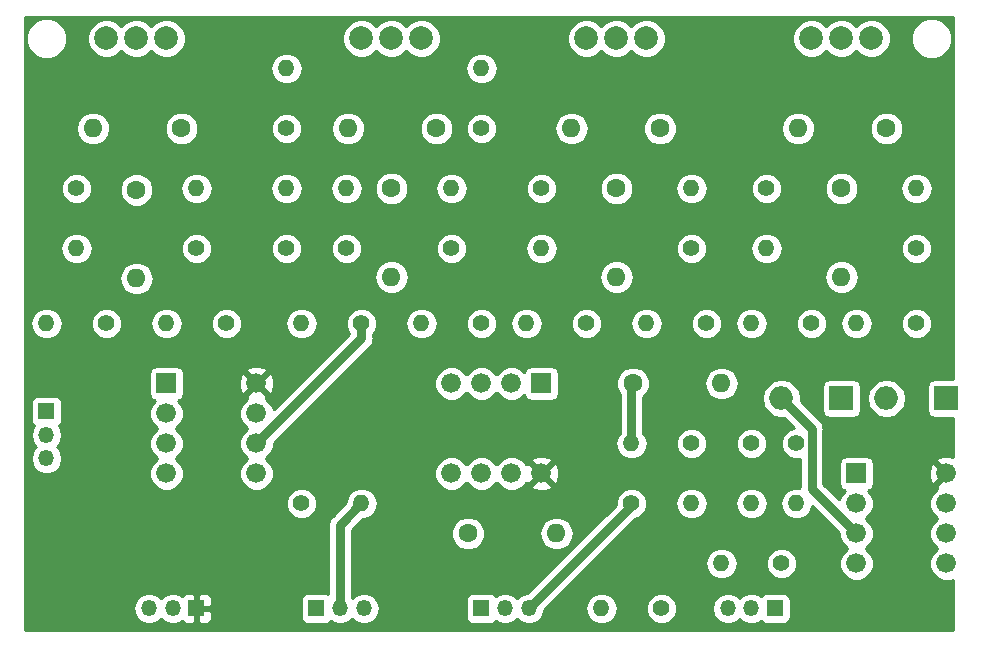
<source format=gbr>
G04 #@! TF.GenerationSoftware,KiCad,Pcbnew,(5.0.1-3-g963ef8bb5)*
G04 #@! TF.CreationDate,2019-03-07T12:24:47-08:00*
G04 #@! TF.ProjectId,Pre-amp,5072652D616D702E6B696361645F7063,rev?*
G04 #@! TF.SameCoordinates,Original*
G04 #@! TF.FileFunction,Copper,L2,Bot,Signal*
G04 #@! TF.FilePolarity,Positive*
%FSLAX46Y46*%
G04 Gerber Fmt 4.6, Leading zero omitted, Abs format (unit mm)*
G04 Created by KiCad (PCBNEW (5.0.1-3-g963ef8bb5)) date Thursday, March 07, 2019 at 12:24:47 PM*
%MOMM*%
%LPD*%
G01*
G04 APERTURE LIST*
G04 #@! TA.AperFunction,ComponentPad*
%ADD10C,1.600000*%
G04 #@! TD*
G04 #@! TA.AperFunction,ComponentPad*
%ADD11O,1.600000X1.600000*%
G04 #@! TD*
G04 #@! TA.AperFunction,ComponentPad*
%ADD12O,2.000000X2.000000*%
G04 #@! TD*
G04 #@! TA.AperFunction,ComponentPad*
%ADD13R,2.000000X2.000000*%
G04 #@! TD*
G04 #@! TA.AperFunction,ComponentPad*
%ADD14O,1.350000X1.350000*%
G04 #@! TD*
G04 #@! TA.AperFunction,ComponentPad*
%ADD15R,1.350000X1.350000*%
G04 #@! TD*
G04 #@! TA.AperFunction,ComponentPad*
%ADD16O,1.400000X1.400000*%
G04 #@! TD*
G04 #@! TA.AperFunction,ComponentPad*
%ADD17C,1.400000*%
G04 #@! TD*
G04 #@! TA.AperFunction,ComponentPad*
%ADD18C,2.000000*%
G04 #@! TD*
G04 #@! TA.AperFunction,ComponentPad*
%ADD19R,1.676400X1.676400*%
G04 #@! TD*
G04 #@! TA.AperFunction,ComponentPad*
%ADD20C,1.676400*%
G04 #@! TD*
G04 #@! TA.AperFunction,Conductor*
%ADD21C,0.750000*%
G04 #@! TD*
G04 #@! TA.AperFunction,Conductor*
%ADD22C,0.254000*%
G04 #@! TD*
G04 APERTURE END LIST*
D10*
G04 #@! TO.P,C1,1*
G04 #@! TO.N,Net-(C1-Pad1)*
X97790000Y-58420000D03*
D11*
G04 #@! TO.P,C1,2*
G04 #@! TO.N,Net-(C1-Pad2)*
X90290000Y-58420000D03*
G04 #@! TD*
G04 #@! TO.P,C2,2*
G04 #@! TO.N,Net-(C2-Pad2)*
X93980000Y-71120000D03*
D10*
G04 #@! TO.P,C2,1*
G04 #@! TO.N,Net-(C2-Pad1)*
X93980000Y-63620000D03*
G04 #@! TD*
D11*
G04 #@! TO.P,C3,2*
G04 #@! TO.N,Net-(C3-Pad2)*
X111880000Y-58420000D03*
D10*
G04 #@! TO.P,C3,1*
G04 #@! TO.N,Net-(C3-Pad1)*
X119380000Y-58420000D03*
G04 #@! TD*
G04 #@! TO.P,C4,1*
G04 #@! TO.N,Net-(C4-Pad1)*
X115570000Y-63500000D03*
D11*
G04 #@! TO.P,C4,2*
G04 #@! TO.N,Net-(C4-Pad2)*
X115570000Y-71000000D03*
G04 #@! TD*
D10*
G04 #@! TO.P,C5,1*
G04 #@! TO.N,Net-(C5-Pad1)*
X138310000Y-58420000D03*
D11*
G04 #@! TO.P,C5,2*
G04 #@! TO.N,Net-(C5-Pad2)*
X130810000Y-58420000D03*
G04 #@! TD*
G04 #@! TO.P,C6,2*
G04 #@! TO.N,Net-(C6-Pad2)*
X134620000Y-71000000D03*
D10*
G04 #@! TO.P,C6,1*
G04 #@! TO.N,Net-(C6-Pad1)*
X134620000Y-63500000D03*
G04 #@! TD*
D11*
G04 #@! TO.P,C7,2*
G04 #@! TO.N,Net-(C7-Pad2)*
X149980000Y-58420000D03*
D10*
G04 #@! TO.P,C7,1*
G04 #@! TO.N,Net-(C7-Pad1)*
X157480000Y-58420000D03*
G04 #@! TD*
G04 #@! TO.P,C8,1*
G04 #@! TO.N,Net-(C8-Pad1)*
X153670000Y-63500000D03*
D11*
G04 #@! TO.P,C8,2*
G04 #@! TO.N,Net-(C8-Pad2)*
X153670000Y-71000000D03*
G04 #@! TD*
G04 #@! TO.P,C9,2*
G04 #@! TO.N,Net-(C9-Pad2)*
X143510000Y-80010000D03*
D10*
G04 #@! TO.P,C9,1*
G04 #@! TO.N,Net-(C9-Pad1)*
X136010000Y-80010000D03*
G04 #@! TD*
G04 #@! TO.P,C10,1*
G04 #@! TO.N,Net-(C10-Pad1)*
X122040000Y-92710000D03*
D11*
G04 #@! TO.P,C10,2*
G04 #@! TO.N,Net-(C10-Pad2)*
X129540000Y-92710000D03*
G04 #@! TD*
D12*
G04 #@! TO.P,D1,2*
G04 #@! TO.N,Net-(D1-Pad2)*
X148590000Y-81280000D03*
D13*
G04 #@! TO.P,D1,1*
G04 #@! TO.N,Net-(D1-Pad1)*
X153670000Y-81280000D03*
G04 #@! TD*
G04 #@! TO.P,D2,1*
G04 #@! TO.N,GND*
X162560000Y-81280000D03*
D12*
G04 #@! TO.P,D2,2*
G04 #@! TO.N,Net-(D1-Pad1)*
X157480000Y-81280000D03*
G04 #@! TD*
D14*
G04 #@! TO.P,J1,3*
G04 #@! TO.N,GND*
X86360000Y-86360000D03*
G04 #@! TO.P,J1,2*
G04 #@! TO.N,Net-(J1-Pad2)*
X86360000Y-84360000D03*
D15*
G04 #@! TO.P,J1,1*
G04 #@! TO.N,GND*
X86360000Y-82360000D03*
G04 #@! TD*
G04 #@! TO.P,J2,1*
G04 #@! TO.N,GND*
X109220000Y-99060000D03*
D14*
G04 #@! TO.P,J2,2*
G04 #@! TO.N,Net-(J2-Pad2)*
X111220000Y-99060000D03*
G04 #@! TO.P,J2,3*
G04 #@! TO.N,N/C*
X113220000Y-99060000D03*
G04 #@! TD*
G04 #@! TO.P,J3,3*
G04 #@! TO.N,Net-(J2-Pad2)*
X127190000Y-99060000D03*
G04 #@! TO.P,J3,2*
G04 #@! TO.N,Net-(C10-Pad1)*
X125190000Y-99060000D03*
D15*
G04 #@! TO.P,J3,1*
G04 #@! TO.N,GND*
X123190000Y-99060000D03*
G04 #@! TD*
G04 #@! TO.P,J4,1*
G04 #@! TO.N,GND*
X148050000Y-99060000D03*
D14*
G04 #@! TO.P,J4,2*
G04 #@! TO.N,Net-(J4-Pad2)*
X146050000Y-99060000D03*
G04 #@! TO.P,J4,3*
G04 #@! TO.N,N/C*
X144050000Y-99060000D03*
G04 #@! TD*
D16*
G04 #@! TO.P,R1,2*
G04 #@! TO.N,Net-(J1-Pad2)*
X88900000Y-68580000D03*
D17*
G04 #@! TO.P,R1,1*
G04 #@! TO.N,Net-(C1-Pad2)*
X88900000Y-63500000D03*
G04 #@! TD*
D16*
G04 #@! TO.P,R2,2*
G04 #@! TO.N,Net-(J1-Pad2)*
X86360000Y-74930000D03*
D17*
G04 #@! TO.P,R2,1*
G04 #@! TO.N,Net-(C2-Pad2)*
X91440000Y-74930000D03*
G04 #@! TD*
G04 #@! TO.P,R3,1*
G04 #@! TO.N,Net-(R3-Pad1)*
X101600000Y-74930000D03*
D16*
G04 #@! TO.P,R3,2*
G04 #@! TO.N,Net-(C2-Pad2)*
X96520000Y-74930000D03*
G04 #@! TD*
D17*
G04 #@! TO.P,R4,1*
G04 #@! TO.N,Net-(R3-Pad1)*
X99060000Y-68580000D03*
D16*
G04 #@! TO.P,R4,2*
G04 #@! TO.N,Net-(C1-Pad1)*
X99060000Y-63500000D03*
G04 #@! TD*
D17*
G04 #@! TO.P,R5,1*
G04 #@! TO.N,Net-(R3-Pad1)*
X106680000Y-68580000D03*
D16*
G04 #@! TO.P,R5,2*
G04 #@! TO.N,Net-(R5-Pad2)*
X106680000Y-63500000D03*
G04 #@! TD*
G04 #@! TO.P,R6,2*
G04 #@! TO.N,Net-(C3-Pad2)*
X106680000Y-53340000D03*
D17*
G04 #@! TO.P,R6,1*
G04 #@! TO.N,Net-(R5-Pad2)*
X106680000Y-58420000D03*
G04 #@! TD*
G04 #@! TO.P,R7,1*
G04 #@! TO.N,Net-(C4-Pad1)*
X111760000Y-68580000D03*
D16*
G04 #@! TO.P,R7,2*
G04 #@! TO.N,Net-(C3-Pad2)*
X111760000Y-63500000D03*
G04 #@! TD*
G04 #@! TO.P,R8,2*
G04 #@! TO.N,Net-(R3-Pad1)*
X107950000Y-74930000D03*
D17*
G04 #@! TO.P,R8,1*
G04 #@! TO.N,Net-(C4-Pad2)*
X113030000Y-74930000D03*
G04 #@! TD*
D16*
G04 #@! TO.P,R9,2*
G04 #@! TO.N,Net-(C3-Pad1)*
X120650000Y-63500000D03*
D17*
G04 #@! TO.P,R9,1*
G04 #@! TO.N,Net-(C4-Pad1)*
X120650000Y-68580000D03*
G04 #@! TD*
G04 #@! TO.P,R10,1*
G04 #@! TO.N,Net-(R10-Pad1)*
X123190000Y-74930000D03*
D16*
G04 #@! TO.P,R10,2*
G04 #@! TO.N,Net-(C4-Pad2)*
X118110000Y-74930000D03*
G04 #@! TD*
D17*
G04 #@! TO.P,R11,1*
G04 #@! TO.N,Net-(R10-Pad1)*
X123190000Y-58420000D03*
D16*
G04 #@! TO.P,R11,2*
G04 #@! TO.N,Net-(C3-Pad1)*
X123190000Y-53340000D03*
G04 #@! TD*
G04 #@! TO.P,R12,2*
G04 #@! TO.N,Net-(R10-Pad1)*
X128270000Y-68580000D03*
D17*
G04 #@! TO.P,R12,1*
G04 #@! TO.N,Net-(C5-Pad2)*
X128270000Y-63500000D03*
G04 #@! TD*
D16*
G04 #@! TO.P,R13,2*
G04 #@! TO.N,Net-(R10-Pad1)*
X127000000Y-74930000D03*
D17*
G04 #@! TO.P,R13,1*
G04 #@! TO.N,Net-(C6-Pad2)*
X132080000Y-74930000D03*
G04 #@! TD*
G04 #@! TO.P,R14,1*
G04 #@! TO.N,Net-(R14-Pad1)*
X142240000Y-74930000D03*
D16*
G04 #@! TO.P,R14,2*
G04 #@! TO.N,Net-(C6-Pad2)*
X137160000Y-74930000D03*
G04 #@! TD*
D17*
G04 #@! TO.P,R15,1*
G04 #@! TO.N,Net-(R14-Pad1)*
X140970000Y-68580000D03*
D16*
G04 #@! TO.P,R15,2*
G04 #@! TO.N,Net-(C5-Pad1)*
X140970000Y-63500000D03*
G04 #@! TD*
G04 #@! TO.P,R16,2*
G04 #@! TO.N,Net-(R14-Pad1)*
X147320000Y-68580000D03*
D17*
G04 #@! TO.P,R16,1*
G04 #@! TO.N,Net-(C7-Pad2)*
X147320000Y-63500000D03*
G04 #@! TD*
D16*
G04 #@! TO.P,R17,2*
G04 #@! TO.N,Net-(R14-Pad1)*
X146050000Y-74930000D03*
D17*
G04 #@! TO.P,R17,1*
G04 #@! TO.N,Net-(C8-Pad2)*
X151130000Y-74930000D03*
G04 #@! TD*
G04 #@! TO.P,R18,1*
G04 #@! TO.N,Net-(C9-Pad2)*
X160020000Y-68580000D03*
D16*
G04 #@! TO.P,R18,2*
G04 #@! TO.N,Net-(C7-Pad1)*
X160020000Y-63500000D03*
G04 #@! TD*
D17*
G04 #@! TO.P,R19,1*
G04 #@! TO.N,Net-(C9-Pad2)*
X160020000Y-74930000D03*
D16*
G04 #@! TO.P,R19,2*
G04 #@! TO.N,Net-(C8-Pad2)*
X154940000Y-74930000D03*
G04 #@! TD*
G04 #@! TO.P,R20,2*
G04 #@! TO.N,Net-(C9-Pad1)*
X135890000Y-85090000D03*
D17*
G04 #@! TO.P,R20,1*
G04 #@! TO.N,Net-(J2-Pad2)*
X135890000Y-90170000D03*
G04 #@! TD*
G04 #@! TO.P,R21,1*
G04 #@! TO.N,GND*
X107950000Y-90170000D03*
D16*
G04 #@! TO.P,R21,2*
G04 #@! TO.N,Net-(J2-Pad2)*
X113030000Y-90170000D03*
G04 #@! TD*
G04 #@! TO.P,R22,2*
G04 #@! TO.N,Net-(J4-Pad2)*
X146050000Y-90170000D03*
D17*
G04 #@! TO.P,R22,1*
G04 #@! TO.N,Net-(R22-Pad1)*
X146050000Y-85090000D03*
G04 #@! TD*
D16*
G04 #@! TO.P,R23,2*
G04 #@! TO.N,Net-(R23-Pad2)*
X149860000Y-90170000D03*
D17*
G04 #@! TO.P,R23,1*
G04 #@! TO.N,Net-(R22-Pad1)*
X149860000Y-85090000D03*
G04 #@! TD*
G04 #@! TO.P,R24,1*
G04 #@! TO.N,Net-(R23-Pad2)*
X148590000Y-95250000D03*
D16*
G04 #@! TO.P,R24,2*
G04 #@! TO.N,GND*
X143510000Y-95250000D03*
G04 #@! TD*
G04 #@! TO.P,R25,2*
G04 #@! TO.N,Net-(C10-Pad2)*
X140970000Y-90170000D03*
D17*
G04 #@! TO.P,R25,1*
G04 #@! TO.N,Net-(D1-Pad2)*
X140970000Y-85090000D03*
G04 #@! TD*
G04 #@! TO.P,R26,1*
G04 #@! TO.N,Net-(C10-Pad2)*
X138430000Y-99060000D03*
D16*
G04 #@! TO.P,R26,2*
G04 #@! TO.N,GND*
X133350000Y-99060000D03*
G04 #@! TD*
D18*
G04 #@! TO.P,RV1,2*
G04 #@! TO.N,Net-(C2-Pad1)*
X93980000Y-50800000D03*
G04 #@! TO.P,RV1,3*
G04 #@! TO.N,Net-(C1-Pad2)*
X91440000Y-50800000D03*
G04 #@! TO.P,RV1,1*
G04 #@! TO.N,Net-(C1-Pad1)*
X96520000Y-50800000D03*
G04 #@! TD*
G04 #@! TO.P,RV2,1*
G04 #@! TO.N,Net-(C3-Pad1)*
X118110000Y-50800000D03*
G04 #@! TO.P,RV2,3*
G04 #@! TO.N,Net-(C3-Pad2)*
X113030000Y-50800000D03*
G04 #@! TO.P,RV2,2*
G04 #@! TO.N,Net-(C4-Pad1)*
X115570000Y-50800000D03*
G04 #@! TD*
G04 #@! TO.P,RV3,2*
G04 #@! TO.N,Net-(C6-Pad1)*
X134620000Y-50800000D03*
G04 #@! TO.P,RV3,3*
G04 #@! TO.N,Net-(C5-Pad2)*
X132080000Y-50800000D03*
G04 #@! TO.P,RV3,1*
G04 #@! TO.N,Net-(C5-Pad1)*
X137160000Y-50800000D03*
G04 #@! TD*
G04 #@! TO.P,RV4,1*
G04 #@! TO.N,Net-(C7-Pad1)*
X156210000Y-50800000D03*
G04 #@! TO.P,RV4,3*
G04 #@! TO.N,Net-(C7-Pad2)*
X151130000Y-50800000D03*
G04 #@! TO.P,RV4,2*
G04 #@! TO.N,Net-(C8-Pad1)*
X153670000Y-50800000D03*
G04 #@! TD*
D19*
G04 #@! TO.P,U1,1*
G04 #@! TO.N,Net-(R3-Pad1)*
X96520000Y-80010000D03*
D20*
G04 #@! TO.P,U1,2*
G04 #@! TO.N,Net-(C2-Pad2)*
X96520000Y-82550000D03*
G04 #@! TO.P,U1,3*
G04 #@! TO.N,GND*
X96520000Y-85090000D03*
G04 #@! TO.P,U1,4*
G04 #@! TO.N,-15V*
X96520000Y-87630000D03*
G04 #@! TO.P,U1,5*
G04 #@! TO.N,GND*
X104140000Y-87630000D03*
G04 #@! TO.P,U1,6*
G04 #@! TO.N,Net-(C4-Pad2)*
X104140000Y-85090000D03*
G04 #@! TO.P,U1,7*
G04 #@! TO.N,Net-(R10-Pad1)*
X104140000Y-82550000D03*
G04 #@! TO.P,U1,8*
G04 #@! TO.N,+15V*
X104140000Y-80010000D03*
G04 #@! TD*
D19*
G04 #@! TO.P,U2,1*
G04 #@! TO.N,Net-(R14-Pad1)*
X128270000Y-80010000D03*
D20*
G04 #@! TO.P,U2,2*
G04 #@! TO.N,Net-(C6-Pad2)*
X125730000Y-80010000D03*
G04 #@! TO.P,U2,3*
G04 #@! TO.N,GND*
X123190000Y-80010000D03*
G04 #@! TO.P,U2,4*
G04 #@! TO.N,-15V*
X120650000Y-80010000D03*
G04 #@! TO.P,U2,5*
G04 #@! TO.N,GND*
X120650000Y-87630000D03*
G04 #@! TO.P,U2,6*
G04 #@! TO.N,Net-(C8-Pad2)*
X123190000Y-87630000D03*
G04 #@! TO.P,U2,7*
G04 #@! TO.N,Net-(C9-Pad2)*
X125730000Y-87630000D03*
G04 #@! TO.P,U2,8*
G04 #@! TO.N,+15V*
X128270000Y-87630000D03*
G04 #@! TD*
G04 #@! TO.P,U3,8*
G04 #@! TO.N,+15V*
X162560000Y-87630000D03*
G04 #@! TO.P,U3,7*
G04 #@! TO.N,N/C*
X162560000Y-90170000D03*
G04 #@! TO.P,U3,6*
X162560000Y-92710000D03*
G04 #@! TO.P,U3,5*
X162560000Y-95250000D03*
G04 #@! TO.P,U3,4*
G04 #@! TO.N,-15V*
X154940000Y-95250000D03*
G04 #@! TO.P,U3,3*
G04 #@! TO.N,Net-(D1-Pad2)*
X154940000Y-92710000D03*
G04 #@! TO.P,U3,2*
G04 #@! TO.N,Net-(R23-Pad2)*
X154940000Y-90170000D03*
D19*
G04 #@! TO.P,U3,1*
G04 #@! TO.N,Net-(R22-Pad1)*
X154940000Y-87630000D03*
G04 #@! TD*
D14*
G04 #@! TO.P,J5,3*
G04 #@! TO.N,GND*
X95060000Y-99060000D03*
G04 #@! TO.P,J5,2*
G04 #@! TO.N,-15V*
X97060000Y-99060000D03*
D15*
G04 #@! TO.P,J5,1*
G04 #@! TO.N,+15V*
X99060000Y-99060000D03*
G04 #@! TD*
D21*
G04 #@! TO.N,Net-(C4-Pad2)*
X113030000Y-76200000D02*
X113030000Y-74930000D01*
X104140000Y-85090000D02*
X113030000Y-76200000D01*
G04 #@! TO.N,Net-(C9-Pad1)*
X135890000Y-80130000D02*
X136010000Y-80010000D01*
X135890000Y-85090000D02*
X135890000Y-80130000D01*
G04 #@! TO.N,Net-(D1-Pad2)*
X154101801Y-91871801D02*
X154940000Y-92710000D01*
X151135001Y-88905001D02*
X154101801Y-91871801D01*
X151135001Y-83825001D02*
X151135001Y-88905001D01*
X148590000Y-81280000D02*
X151135001Y-83825001D01*
G04 #@! TO.N,Net-(J2-Pad2)*
X135890000Y-90360000D02*
X135890000Y-90170000D01*
X127190000Y-99060000D02*
X135890000Y-90360000D01*
X111220000Y-91980000D02*
X113030000Y-90170000D01*
X111220000Y-99060000D02*
X111220000Y-91980000D01*
G04 #@! TD*
D22*
G04 #@! TO.N,+15V*
G36*
X163120001Y-79632560D02*
X161560000Y-79632560D01*
X161312235Y-79681843D01*
X161102191Y-79822191D01*
X160961843Y-80032235D01*
X160912560Y-80280000D01*
X160912560Y-82280000D01*
X160961843Y-82527765D01*
X161102191Y-82737809D01*
X161312235Y-82878157D01*
X161560000Y-82927440D01*
X163120001Y-82927440D01*
X163120001Y-86265964D01*
X162785903Y-86145023D01*
X162200431Y-86171611D01*
X161783017Y-86344510D01*
X161704192Y-86594587D01*
X162560000Y-87450395D01*
X162574143Y-87436253D01*
X162753748Y-87615858D01*
X162739605Y-87630000D01*
X162753748Y-87644143D01*
X162574143Y-87823748D01*
X162560000Y-87809605D01*
X161704192Y-88665413D01*
X161777933Y-88899362D01*
X161725499Y-88921081D01*
X161311081Y-89335499D01*
X161086800Y-89876962D01*
X161086800Y-90463038D01*
X161311081Y-91004501D01*
X161725499Y-91418919D01*
X161776393Y-91440000D01*
X161725499Y-91461081D01*
X161311081Y-91875499D01*
X161086800Y-92416962D01*
X161086800Y-93003038D01*
X161311081Y-93544501D01*
X161725499Y-93958919D01*
X161776393Y-93980000D01*
X161725499Y-94001081D01*
X161311081Y-94415499D01*
X161086800Y-94956962D01*
X161086800Y-95543038D01*
X161311081Y-96084501D01*
X161725499Y-96498919D01*
X162266962Y-96723200D01*
X162853038Y-96723200D01*
X163120001Y-96612621D01*
X163120001Y-100890000D01*
X84530000Y-100890000D01*
X84530000Y-99060000D01*
X93724336Y-99060000D01*
X93826007Y-99571136D01*
X94115543Y-100004457D01*
X94548864Y-100293993D01*
X94930978Y-100370000D01*
X95189022Y-100370000D01*
X95571136Y-100293993D01*
X96004457Y-100004457D01*
X96060000Y-99921331D01*
X96115543Y-100004457D01*
X96548864Y-100293993D01*
X96930978Y-100370000D01*
X97189022Y-100370000D01*
X97571136Y-100293993D01*
X97855777Y-100103802D01*
X98025301Y-100273327D01*
X98258690Y-100370000D01*
X98774250Y-100370000D01*
X98933000Y-100211250D01*
X98933000Y-99187000D01*
X99187000Y-99187000D01*
X99187000Y-100211250D01*
X99345750Y-100370000D01*
X99861310Y-100370000D01*
X100094699Y-100273327D01*
X100273327Y-100094698D01*
X100370000Y-99861309D01*
X100370000Y-99345750D01*
X100211250Y-99187000D01*
X99187000Y-99187000D01*
X98933000Y-99187000D01*
X98913000Y-99187000D01*
X98913000Y-98933000D01*
X98933000Y-98933000D01*
X98933000Y-97908750D01*
X99187000Y-97908750D01*
X99187000Y-98933000D01*
X100211250Y-98933000D01*
X100370000Y-98774250D01*
X100370000Y-98385000D01*
X107897560Y-98385000D01*
X107897560Y-99735000D01*
X107946843Y-99982765D01*
X108087191Y-100192809D01*
X108297235Y-100333157D01*
X108545000Y-100382440D01*
X109895000Y-100382440D01*
X110142765Y-100333157D01*
X110352809Y-100192809D01*
X110415968Y-100098286D01*
X110708864Y-100293993D01*
X111090978Y-100370000D01*
X111349022Y-100370000D01*
X111731136Y-100293993D01*
X112164457Y-100004457D01*
X112220000Y-99921331D01*
X112275543Y-100004457D01*
X112708864Y-100293993D01*
X113090978Y-100370000D01*
X113349022Y-100370000D01*
X113731136Y-100293993D01*
X114164457Y-100004457D01*
X114453993Y-99571136D01*
X114555664Y-99060000D01*
X114453993Y-98548864D01*
X114344503Y-98385000D01*
X121867560Y-98385000D01*
X121867560Y-99735000D01*
X121916843Y-99982765D01*
X122057191Y-100192809D01*
X122267235Y-100333157D01*
X122515000Y-100382440D01*
X123865000Y-100382440D01*
X124112765Y-100333157D01*
X124322809Y-100192809D01*
X124385968Y-100098286D01*
X124678864Y-100293993D01*
X125060978Y-100370000D01*
X125319022Y-100370000D01*
X125701136Y-100293993D01*
X126134457Y-100004457D01*
X126190000Y-99921331D01*
X126245543Y-100004457D01*
X126678864Y-100293993D01*
X127060978Y-100370000D01*
X127319022Y-100370000D01*
X127701136Y-100293993D01*
X128134457Y-100004457D01*
X128423993Y-99571136D01*
X128502649Y-99175706D01*
X128618355Y-99060000D01*
X131988846Y-99060000D01*
X132092458Y-99580891D01*
X132387519Y-100022481D01*
X132829109Y-100317542D01*
X133218515Y-100395000D01*
X133481485Y-100395000D01*
X133870891Y-100317542D01*
X134312481Y-100022481D01*
X134607542Y-99580891D01*
X134711154Y-99060000D01*
X134658334Y-98794452D01*
X137095000Y-98794452D01*
X137095000Y-99325548D01*
X137298242Y-99816217D01*
X137673783Y-100191758D01*
X138164452Y-100395000D01*
X138695548Y-100395000D01*
X139186217Y-100191758D01*
X139561758Y-99816217D01*
X139765000Y-99325548D01*
X139765000Y-99060000D01*
X142714336Y-99060000D01*
X142816007Y-99571136D01*
X143105543Y-100004457D01*
X143538864Y-100293993D01*
X143920978Y-100370000D01*
X144179022Y-100370000D01*
X144561136Y-100293993D01*
X144994457Y-100004457D01*
X145050000Y-99921331D01*
X145105543Y-100004457D01*
X145538864Y-100293993D01*
X145920978Y-100370000D01*
X146179022Y-100370000D01*
X146561136Y-100293993D01*
X146854032Y-100098286D01*
X146917191Y-100192809D01*
X147127235Y-100333157D01*
X147375000Y-100382440D01*
X148725000Y-100382440D01*
X148972765Y-100333157D01*
X149182809Y-100192809D01*
X149323157Y-99982765D01*
X149372440Y-99735000D01*
X149372440Y-98385000D01*
X149323157Y-98137235D01*
X149182809Y-97927191D01*
X148972765Y-97786843D01*
X148725000Y-97737560D01*
X147375000Y-97737560D01*
X147127235Y-97786843D01*
X146917191Y-97927191D01*
X146854032Y-98021714D01*
X146561136Y-97826007D01*
X146179022Y-97750000D01*
X145920978Y-97750000D01*
X145538864Y-97826007D01*
X145105543Y-98115543D01*
X145050000Y-98198669D01*
X144994457Y-98115543D01*
X144561136Y-97826007D01*
X144179022Y-97750000D01*
X143920978Y-97750000D01*
X143538864Y-97826007D01*
X143105543Y-98115543D01*
X142816007Y-98548864D01*
X142714336Y-99060000D01*
X139765000Y-99060000D01*
X139765000Y-98794452D01*
X139561758Y-98303783D01*
X139186217Y-97928242D01*
X138695548Y-97725000D01*
X138164452Y-97725000D01*
X137673783Y-97928242D01*
X137298242Y-98303783D01*
X137095000Y-98794452D01*
X134658334Y-98794452D01*
X134607542Y-98539109D01*
X134312481Y-98097519D01*
X133870891Y-97802458D01*
X133481485Y-97725000D01*
X133218515Y-97725000D01*
X132829109Y-97802458D01*
X132387519Y-98097519D01*
X132092458Y-98539109D01*
X131988846Y-99060000D01*
X128618355Y-99060000D01*
X132428355Y-95250000D01*
X142148846Y-95250000D01*
X142252458Y-95770891D01*
X142547519Y-96212481D01*
X142989109Y-96507542D01*
X143378515Y-96585000D01*
X143641485Y-96585000D01*
X144030891Y-96507542D01*
X144472481Y-96212481D01*
X144767542Y-95770891D01*
X144871154Y-95250000D01*
X144818334Y-94984452D01*
X147255000Y-94984452D01*
X147255000Y-95515548D01*
X147458242Y-96006217D01*
X147833783Y-96381758D01*
X148324452Y-96585000D01*
X148855548Y-96585000D01*
X149346217Y-96381758D01*
X149721758Y-96006217D01*
X149925000Y-95515548D01*
X149925000Y-94984452D01*
X149721758Y-94493783D01*
X149346217Y-94118242D01*
X148855548Y-93915000D01*
X148324452Y-93915000D01*
X147833783Y-94118242D01*
X147458242Y-94493783D01*
X147255000Y-94984452D01*
X144818334Y-94984452D01*
X144767542Y-94729109D01*
X144472481Y-94287519D01*
X144030891Y-93992458D01*
X143641485Y-93915000D01*
X143378515Y-93915000D01*
X142989109Y-93992458D01*
X142547519Y-94287519D01*
X142252458Y-94729109D01*
X142148846Y-95250000D01*
X132428355Y-95250000D01*
X136185948Y-91492408D01*
X136646217Y-91301758D01*
X137021758Y-90926217D01*
X137225000Y-90435548D01*
X137225000Y-90170000D01*
X139608846Y-90170000D01*
X139712458Y-90690891D01*
X140007519Y-91132481D01*
X140449109Y-91427542D01*
X140838515Y-91505000D01*
X141101485Y-91505000D01*
X141490891Y-91427542D01*
X141932481Y-91132481D01*
X142227542Y-90690891D01*
X142331154Y-90170000D01*
X144688846Y-90170000D01*
X144792458Y-90690891D01*
X145087519Y-91132481D01*
X145529109Y-91427542D01*
X145918515Y-91505000D01*
X146181485Y-91505000D01*
X146570891Y-91427542D01*
X147012481Y-91132481D01*
X147307542Y-90690891D01*
X147411154Y-90170000D01*
X147307542Y-89649109D01*
X147012481Y-89207519D01*
X146570891Y-88912458D01*
X146181485Y-88835000D01*
X145918515Y-88835000D01*
X145529109Y-88912458D01*
X145087519Y-89207519D01*
X144792458Y-89649109D01*
X144688846Y-90170000D01*
X142331154Y-90170000D01*
X142227542Y-89649109D01*
X141932481Y-89207519D01*
X141490891Y-88912458D01*
X141101485Y-88835000D01*
X140838515Y-88835000D01*
X140449109Y-88912458D01*
X140007519Y-89207519D01*
X139712458Y-89649109D01*
X139608846Y-90170000D01*
X137225000Y-90170000D01*
X137225000Y-89904452D01*
X137021758Y-89413783D01*
X136646217Y-89038242D01*
X136155548Y-88835000D01*
X135624452Y-88835000D01*
X135133783Y-89038242D01*
X134758242Y-89413783D01*
X134555000Y-89904452D01*
X134555000Y-90266644D01*
X127071645Y-97750000D01*
X127060978Y-97750000D01*
X126678864Y-97826007D01*
X126245543Y-98115543D01*
X126190000Y-98198669D01*
X126134457Y-98115543D01*
X125701136Y-97826007D01*
X125319022Y-97750000D01*
X125060978Y-97750000D01*
X124678864Y-97826007D01*
X124385968Y-98021714D01*
X124322809Y-97927191D01*
X124112765Y-97786843D01*
X123865000Y-97737560D01*
X122515000Y-97737560D01*
X122267235Y-97786843D01*
X122057191Y-97927191D01*
X121916843Y-98137235D01*
X121867560Y-98385000D01*
X114344503Y-98385000D01*
X114164457Y-98115543D01*
X113731136Y-97826007D01*
X113349022Y-97750000D01*
X113090978Y-97750000D01*
X112708864Y-97826007D01*
X112275543Y-98115543D01*
X112230000Y-98183703D01*
X112230000Y-92424561D01*
X120605000Y-92424561D01*
X120605000Y-92995439D01*
X120823466Y-93522862D01*
X121227138Y-93926534D01*
X121754561Y-94145000D01*
X122325439Y-94145000D01*
X122852862Y-93926534D01*
X123256534Y-93522862D01*
X123475000Y-92995439D01*
X123475000Y-92710000D01*
X128076887Y-92710000D01*
X128188260Y-93269909D01*
X128505423Y-93744577D01*
X128980091Y-94061740D01*
X129398667Y-94145000D01*
X129681333Y-94145000D01*
X130099909Y-94061740D01*
X130574577Y-93744577D01*
X130891740Y-93269909D01*
X131003113Y-92710000D01*
X130891740Y-92150091D01*
X130574577Y-91675423D01*
X130099909Y-91358260D01*
X129681333Y-91275000D01*
X129398667Y-91275000D01*
X128980091Y-91358260D01*
X128505423Y-91675423D01*
X128188260Y-92150091D01*
X128076887Y-92710000D01*
X123475000Y-92710000D01*
X123475000Y-92424561D01*
X123256534Y-91897138D01*
X122852862Y-91493466D01*
X122325439Y-91275000D01*
X121754561Y-91275000D01*
X121227138Y-91493466D01*
X120823466Y-91897138D01*
X120605000Y-92424561D01*
X112230000Y-92424561D01*
X112230000Y-92398355D01*
X113123356Y-91505000D01*
X113161485Y-91505000D01*
X113550891Y-91427542D01*
X113992481Y-91132481D01*
X114287542Y-90690891D01*
X114391154Y-90170000D01*
X114287542Y-89649109D01*
X113992481Y-89207519D01*
X113550891Y-88912458D01*
X113161485Y-88835000D01*
X112898515Y-88835000D01*
X112509109Y-88912458D01*
X112067519Y-89207519D01*
X111772458Y-89649109D01*
X111685532Y-90086112D01*
X110576160Y-91195484D01*
X110491832Y-91251831D01*
X110435485Y-91336160D01*
X110435482Y-91336163D01*
X110268602Y-91585918D01*
X110190214Y-91980000D01*
X110210001Y-92079476D01*
X110210000Y-97831768D01*
X110142765Y-97786843D01*
X109895000Y-97737560D01*
X108545000Y-97737560D01*
X108297235Y-97786843D01*
X108087191Y-97927191D01*
X107946843Y-98137235D01*
X107897560Y-98385000D01*
X100370000Y-98385000D01*
X100370000Y-98258691D01*
X100273327Y-98025302D01*
X100094699Y-97846673D01*
X99861310Y-97750000D01*
X99345750Y-97750000D01*
X99187000Y-97908750D01*
X98933000Y-97908750D01*
X98774250Y-97750000D01*
X98258690Y-97750000D01*
X98025301Y-97846673D01*
X97855777Y-98016198D01*
X97571136Y-97826007D01*
X97189022Y-97750000D01*
X96930978Y-97750000D01*
X96548864Y-97826007D01*
X96115543Y-98115543D01*
X96060000Y-98198669D01*
X96004457Y-98115543D01*
X95571136Y-97826007D01*
X95189022Y-97750000D01*
X94930978Y-97750000D01*
X94548864Y-97826007D01*
X94115543Y-98115543D01*
X93826007Y-98548864D01*
X93724336Y-99060000D01*
X84530000Y-99060000D01*
X84530000Y-89904452D01*
X106615000Y-89904452D01*
X106615000Y-90435548D01*
X106818242Y-90926217D01*
X107193783Y-91301758D01*
X107684452Y-91505000D01*
X108215548Y-91505000D01*
X108706217Y-91301758D01*
X109081758Y-90926217D01*
X109285000Y-90435548D01*
X109285000Y-89904452D01*
X109081758Y-89413783D01*
X108706217Y-89038242D01*
X108215548Y-88835000D01*
X107684452Y-88835000D01*
X107193783Y-89038242D01*
X106818242Y-89413783D01*
X106615000Y-89904452D01*
X84530000Y-89904452D01*
X84530000Y-84360000D01*
X85024336Y-84360000D01*
X85126007Y-84871136D01*
X85415543Y-85304457D01*
X85498669Y-85360000D01*
X85415543Y-85415543D01*
X85126007Y-85848864D01*
X85024336Y-86360000D01*
X85126007Y-86871136D01*
X85415543Y-87304457D01*
X85848864Y-87593993D01*
X86230978Y-87670000D01*
X86489022Y-87670000D01*
X86871136Y-87593993D01*
X87304457Y-87304457D01*
X87593993Y-86871136D01*
X87695664Y-86360000D01*
X87593993Y-85848864D01*
X87304457Y-85415543D01*
X87221331Y-85360000D01*
X87304457Y-85304457D01*
X87593993Y-84871136D01*
X87695664Y-84360000D01*
X87593993Y-83848864D01*
X87398286Y-83555968D01*
X87492809Y-83492809D01*
X87633157Y-83282765D01*
X87682440Y-83035000D01*
X87682440Y-81685000D01*
X87633157Y-81437235D01*
X87492809Y-81227191D01*
X87282765Y-81086843D01*
X87035000Y-81037560D01*
X85685000Y-81037560D01*
X85437235Y-81086843D01*
X85227191Y-81227191D01*
X85086843Y-81437235D01*
X85037560Y-81685000D01*
X85037560Y-83035000D01*
X85086843Y-83282765D01*
X85227191Y-83492809D01*
X85321714Y-83555968D01*
X85126007Y-83848864D01*
X85024336Y-84360000D01*
X84530000Y-84360000D01*
X84530000Y-79171800D01*
X95034360Y-79171800D01*
X95034360Y-80848200D01*
X95083643Y-81095965D01*
X95223991Y-81306009D01*
X95434035Y-81446357D01*
X95522605Y-81463975D01*
X95271081Y-81715499D01*
X95046800Y-82256962D01*
X95046800Y-82843038D01*
X95271081Y-83384501D01*
X95685499Y-83798919D01*
X95736393Y-83820000D01*
X95685499Y-83841081D01*
X95271081Y-84255499D01*
X95046800Y-84796962D01*
X95046800Y-85383038D01*
X95271081Y-85924501D01*
X95685499Y-86338919D01*
X95736393Y-86360000D01*
X95685499Y-86381081D01*
X95271081Y-86795499D01*
X95046800Y-87336962D01*
X95046800Y-87923038D01*
X95271081Y-88464501D01*
X95685499Y-88878919D01*
X96226962Y-89103200D01*
X96813038Y-89103200D01*
X97354501Y-88878919D01*
X97768919Y-88464501D01*
X97993200Y-87923038D01*
X97993200Y-87336962D01*
X97768919Y-86795499D01*
X97354501Y-86381081D01*
X97303607Y-86360000D01*
X97354501Y-86338919D01*
X97768919Y-85924501D01*
X97993200Y-85383038D01*
X97993200Y-84796962D01*
X97768919Y-84255499D01*
X97354501Y-83841081D01*
X97303607Y-83820000D01*
X97354501Y-83798919D01*
X97768919Y-83384501D01*
X97993200Y-82843038D01*
X97993200Y-82256962D01*
X102666800Y-82256962D01*
X102666800Y-82843038D01*
X102891081Y-83384501D01*
X103305499Y-83798919D01*
X103356393Y-83820000D01*
X103305499Y-83841081D01*
X102891081Y-84255499D01*
X102666800Y-84796962D01*
X102666800Y-85383038D01*
X102891081Y-85924501D01*
X103305499Y-86338919D01*
X103356393Y-86360000D01*
X103305499Y-86381081D01*
X102891081Y-86795499D01*
X102666800Y-87336962D01*
X102666800Y-87923038D01*
X102891081Y-88464501D01*
X103305499Y-88878919D01*
X103846962Y-89103200D01*
X104433038Y-89103200D01*
X104974501Y-88878919D01*
X105388919Y-88464501D01*
X105613200Y-87923038D01*
X105613200Y-87336962D01*
X119176800Y-87336962D01*
X119176800Y-87923038D01*
X119401081Y-88464501D01*
X119815499Y-88878919D01*
X120356962Y-89103200D01*
X120943038Y-89103200D01*
X121484501Y-88878919D01*
X121898919Y-88464501D01*
X121920000Y-88413607D01*
X121941081Y-88464501D01*
X122355499Y-88878919D01*
X122896962Y-89103200D01*
X123483038Y-89103200D01*
X124024501Y-88878919D01*
X124438919Y-88464501D01*
X124460000Y-88413607D01*
X124481081Y-88464501D01*
X124895499Y-88878919D01*
X125436962Y-89103200D01*
X126023038Y-89103200D01*
X126564501Y-88878919D01*
X126778007Y-88665413D01*
X127414192Y-88665413D01*
X127493017Y-88915490D01*
X128044097Y-89114977D01*
X128629569Y-89088389D01*
X129046983Y-88915490D01*
X129125808Y-88665413D01*
X128270000Y-87809605D01*
X127414192Y-88665413D01*
X126778007Y-88665413D01*
X126978919Y-88464501D01*
X127000638Y-88412067D01*
X127234587Y-88485808D01*
X128090395Y-87630000D01*
X128449605Y-87630000D01*
X129305413Y-88485808D01*
X129555490Y-88406983D01*
X129754977Y-87855903D01*
X129728389Y-87270431D01*
X129555490Y-86853017D01*
X129305413Y-86774192D01*
X128449605Y-87630000D01*
X128090395Y-87630000D01*
X127234587Y-86774192D01*
X127000638Y-86847933D01*
X126978919Y-86795499D01*
X126778007Y-86594587D01*
X127414192Y-86594587D01*
X128270000Y-87450395D01*
X129125808Y-86594587D01*
X129046983Y-86344510D01*
X128495903Y-86145023D01*
X127910431Y-86171611D01*
X127493017Y-86344510D01*
X127414192Y-86594587D01*
X126778007Y-86594587D01*
X126564501Y-86381081D01*
X126023038Y-86156800D01*
X125436962Y-86156800D01*
X124895499Y-86381081D01*
X124481081Y-86795499D01*
X124460000Y-86846393D01*
X124438919Y-86795499D01*
X124024501Y-86381081D01*
X123483038Y-86156800D01*
X122896962Y-86156800D01*
X122355499Y-86381081D01*
X121941081Y-86795499D01*
X121920000Y-86846393D01*
X121898919Y-86795499D01*
X121484501Y-86381081D01*
X120943038Y-86156800D01*
X120356962Y-86156800D01*
X119815499Y-86381081D01*
X119401081Y-86795499D01*
X119176800Y-87336962D01*
X105613200Y-87336962D01*
X105388919Y-86795499D01*
X104974501Y-86381081D01*
X104923607Y-86360000D01*
X104974501Y-86338919D01*
X105388919Y-85924501D01*
X105613200Y-85383038D01*
X105613200Y-85090000D01*
X134528846Y-85090000D01*
X134632458Y-85610891D01*
X134927519Y-86052481D01*
X135369109Y-86347542D01*
X135758515Y-86425000D01*
X136021485Y-86425000D01*
X136410891Y-86347542D01*
X136852481Y-86052481D01*
X137147542Y-85610891D01*
X137251154Y-85090000D01*
X137198334Y-84824452D01*
X139635000Y-84824452D01*
X139635000Y-85355548D01*
X139838242Y-85846217D01*
X140213783Y-86221758D01*
X140704452Y-86425000D01*
X141235548Y-86425000D01*
X141726217Y-86221758D01*
X142101758Y-85846217D01*
X142305000Y-85355548D01*
X142305000Y-84824452D01*
X144715000Y-84824452D01*
X144715000Y-85355548D01*
X144918242Y-85846217D01*
X145293783Y-86221758D01*
X145784452Y-86425000D01*
X146315548Y-86425000D01*
X146806217Y-86221758D01*
X147181758Y-85846217D01*
X147385000Y-85355548D01*
X147385000Y-84824452D01*
X147181758Y-84333783D01*
X146806217Y-83958242D01*
X146315548Y-83755000D01*
X145784452Y-83755000D01*
X145293783Y-83958242D01*
X144918242Y-84333783D01*
X144715000Y-84824452D01*
X142305000Y-84824452D01*
X142101758Y-84333783D01*
X141726217Y-83958242D01*
X141235548Y-83755000D01*
X140704452Y-83755000D01*
X140213783Y-83958242D01*
X139838242Y-84333783D01*
X139635000Y-84824452D01*
X137198334Y-84824452D01*
X137147542Y-84569109D01*
X136900000Y-84198636D01*
X136900000Y-81149396D01*
X137226534Y-80822862D01*
X137445000Y-80295439D01*
X137445000Y-80010000D01*
X142046887Y-80010000D01*
X142158260Y-80569909D01*
X142475423Y-81044577D01*
X142950091Y-81361740D01*
X143368667Y-81445000D01*
X143651333Y-81445000D01*
X144069909Y-81361740D01*
X144192241Y-81280000D01*
X146922969Y-81280000D01*
X147049864Y-81917945D01*
X147411231Y-82458769D01*
X147952055Y-82820136D01*
X148428969Y-82915000D01*
X148751031Y-82915000D01*
X148789077Y-82907432D01*
X149636644Y-83755000D01*
X149594452Y-83755000D01*
X149103783Y-83958242D01*
X148728242Y-84333783D01*
X148525000Y-84824452D01*
X148525000Y-85355548D01*
X148728242Y-85846217D01*
X149103783Y-86221758D01*
X149594452Y-86425000D01*
X150125002Y-86425000D01*
X150125002Y-88805525D01*
X150114281Y-88859426D01*
X149991485Y-88835000D01*
X149728515Y-88835000D01*
X149339109Y-88912458D01*
X148897519Y-89207519D01*
X148602458Y-89649109D01*
X148498846Y-90170000D01*
X148602458Y-90690891D01*
X148897519Y-91132481D01*
X149339109Y-91427542D01*
X149728515Y-91505000D01*
X149991485Y-91505000D01*
X150380891Y-91427542D01*
X150822481Y-91132481D01*
X151117542Y-90690891D01*
X151179758Y-90378113D01*
X153457963Y-92656319D01*
X153457966Y-92656321D01*
X153466800Y-92665155D01*
X153466800Y-93003038D01*
X153691081Y-93544501D01*
X154105499Y-93958919D01*
X154156393Y-93980000D01*
X154105499Y-94001081D01*
X153691081Y-94415499D01*
X153466800Y-94956962D01*
X153466800Y-95543038D01*
X153691081Y-96084501D01*
X154105499Y-96498919D01*
X154646962Y-96723200D01*
X155233038Y-96723200D01*
X155774501Y-96498919D01*
X156188919Y-96084501D01*
X156413200Y-95543038D01*
X156413200Y-94956962D01*
X156188919Y-94415499D01*
X155774501Y-94001081D01*
X155723607Y-93980000D01*
X155774501Y-93958919D01*
X156188919Y-93544501D01*
X156413200Y-93003038D01*
X156413200Y-92416962D01*
X156188919Y-91875499D01*
X155774501Y-91461081D01*
X155723607Y-91440000D01*
X155774501Y-91418919D01*
X156188919Y-91004501D01*
X156413200Y-90463038D01*
X156413200Y-89876962D01*
X156188919Y-89335499D01*
X155937395Y-89083975D01*
X156025965Y-89066357D01*
X156236009Y-88926009D01*
X156376357Y-88715965D01*
X156425640Y-88468200D01*
X156425640Y-87404097D01*
X161075023Y-87404097D01*
X161101611Y-87989569D01*
X161274510Y-88406983D01*
X161524587Y-88485808D01*
X162380395Y-87630000D01*
X161524587Y-86774192D01*
X161274510Y-86853017D01*
X161075023Y-87404097D01*
X156425640Y-87404097D01*
X156425640Y-86791800D01*
X156376357Y-86544035D01*
X156236009Y-86333991D01*
X156025965Y-86193643D01*
X155778200Y-86144360D01*
X154101800Y-86144360D01*
X153854035Y-86193643D01*
X153643991Y-86333991D01*
X153503643Y-86544035D01*
X153454360Y-86791800D01*
X153454360Y-88468200D01*
X153503643Y-88715965D01*
X153643991Y-88926009D01*
X153854035Y-89066357D01*
X153942605Y-89083975D01*
X153691081Y-89335499D01*
X153486868Y-89828513D01*
X152145001Y-88486646D01*
X152145001Y-83924472D01*
X152164787Y-83825001D01*
X152145001Y-83725530D01*
X152145001Y-83725525D01*
X152086400Y-83430919D01*
X151987407Y-83282765D01*
X151919519Y-83181163D01*
X151919517Y-83181161D01*
X151863170Y-83096832D01*
X151778842Y-83040486D01*
X150217432Y-81479077D01*
X150257031Y-81280000D01*
X150130136Y-80642055D01*
X149888219Y-80280000D01*
X152022560Y-80280000D01*
X152022560Y-82280000D01*
X152071843Y-82527765D01*
X152212191Y-82737809D01*
X152422235Y-82878157D01*
X152670000Y-82927440D01*
X154670000Y-82927440D01*
X154917765Y-82878157D01*
X155127809Y-82737809D01*
X155268157Y-82527765D01*
X155317440Y-82280000D01*
X155317440Y-81280000D01*
X155812969Y-81280000D01*
X155939864Y-81917945D01*
X156301231Y-82458769D01*
X156842055Y-82820136D01*
X157318969Y-82915000D01*
X157641031Y-82915000D01*
X158117945Y-82820136D01*
X158658769Y-82458769D01*
X159020136Y-81917945D01*
X159147031Y-81280000D01*
X159020136Y-80642055D01*
X158658769Y-80101231D01*
X158117945Y-79739864D01*
X157641031Y-79645000D01*
X157318969Y-79645000D01*
X156842055Y-79739864D01*
X156301231Y-80101231D01*
X155939864Y-80642055D01*
X155812969Y-81280000D01*
X155317440Y-81280000D01*
X155317440Y-80280000D01*
X155268157Y-80032235D01*
X155127809Y-79822191D01*
X154917765Y-79681843D01*
X154670000Y-79632560D01*
X152670000Y-79632560D01*
X152422235Y-79681843D01*
X152212191Y-79822191D01*
X152071843Y-80032235D01*
X152022560Y-80280000D01*
X149888219Y-80280000D01*
X149768769Y-80101231D01*
X149227945Y-79739864D01*
X148751031Y-79645000D01*
X148428969Y-79645000D01*
X147952055Y-79739864D01*
X147411231Y-80101231D01*
X147049864Y-80642055D01*
X146922969Y-81280000D01*
X144192241Y-81280000D01*
X144544577Y-81044577D01*
X144861740Y-80569909D01*
X144973113Y-80010000D01*
X144861740Y-79450091D01*
X144544577Y-78975423D01*
X144069909Y-78658260D01*
X143651333Y-78575000D01*
X143368667Y-78575000D01*
X142950091Y-78658260D01*
X142475423Y-78975423D01*
X142158260Y-79450091D01*
X142046887Y-80010000D01*
X137445000Y-80010000D01*
X137445000Y-79724561D01*
X137226534Y-79197138D01*
X136822862Y-78793466D01*
X136295439Y-78575000D01*
X135724561Y-78575000D01*
X135197138Y-78793466D01*
X134793466Y-79197138D01*
X134575000Y-79724561D01*
X134575000Y-80295439D01*
X134793466Y-80822862D01*
X134880001Y-80909397D01*
X134880000Y-84198636D01*
X134632458Y-84569109D01*
X134528846Y-85090000D01*
X105613200Y-85090000D01*
X105613200Y-85045155D01*
X110941393Y-79716962D01*
X119176800Y-79716962D01*
X119176800Y-80303038D01*
X119401081Y-80844501D01*
X119815499Y-81258919D01*
X120356962Y-81483200D01*
X120943038Y-81483200D01*
X121484501Y-81258919D01*
X121898919Y-80844501D01*
X121920000Y-80793607D01*
X121941081Y-80844501D01*
X122355499Y-81258919D01*
X122896962Y-81483200D01*
X123483038Y-81483200D01*
X124024501Y-81258919D01*
X124438919Y-80844501D01*
X124460000Y-80793607D01*
X124481081Y-80844501D01*
X124895499Y-81258919D01*
X125436962Y-81483200D01*
X126023038Y-81483200D01*
X126564501Y-81258919D01*
X126816025Y-81007395D01*
X126833643Y-81095965D01*
X126973991Y-81306009D01*
X127184035Y-81446357D01*
X127431800Y-81495640D01*
X129108200Y-81495640D01*
X129355965Y-81446357D01*
X129566009Y-81306009D01*
X129706357Y-81095965D01*
X129755640Y-80848200D01*
X129755640Y-79171800D01*
X129706357Y-78924035D01*
X129566009Y-78713991D01*
X129355965Y-78573643D01*
X129108200Y-78524360D01*
X127431800Y-78524360D01*
X127184035Y-78573643D01*
X126973991Y-78713991D01*
X126833643Y-78924035D01*
X126816025Y-79012605D01*
X126564501Y-78761081D01*
X126023038Y-78536800D01*
X125436962Y-78536800D01*
X124895499Y-78761081D01*
X124481081Y-79175499D01*
X124460000Y-79226393D01*
X124438919Y-79175499D01*
X124024501Y-78761081D01*
X123483038Y-78536800D01*
X122896962Y-78536800D01*
X122355499Y-78761081D01*
X121941081Y-79175499D01*
X121920000Y-79226393D01*
X121898919Y-79175499D01*
X121484501Y-78761081D01*
X120943038Y-78536800D01*
X120356962Y-78536800D01*
X119815499Y-78761081D01*
X119401081Y-79175499D01*
X119176800Y-79716962D01*
X110941393Y-79716962D01*
X113673841Y-76984515D01*
X113758169Y-76928169D01*
X113814516Y-76843840D01*
X113814518Y-76843838D01*
X113981399Y-76594083D01*
X113993572Y-76532885D01*
X114040000Y-76299476D01*
X114040000Y-76299472D01*
X114059786Y-76200000D01*
X114040000Y-76100528D01*
X114040000Y-75807975D01*
X114161758Y-75686217D01*
X114365000Y-75195548D01*
X114365000Y-74930000D01*
X116748846Y-74930000D01*
X116852458Y-75450891D01*
X117147519Y-75892481D01*
X117589109Y-76187542D01*
X117978515Y-76265000D01*
X118241485Y-76265000D01*
X118630891Y-76187542D01*
X119072481Y-75892481D01*
X119367542Y-75450891D01*
X119471154Y-74930000D01*
X119418334Y-74664452D01*
X121855000Y-74664452D01*
X121855000Y-75195548D01*
X122058242Y-75686217D01*
X122433783Y-76061758D01*
X122924452Y-76265000D01*
X123455548Y-76265000D01*
X123946217Y-76061758D01*
X124321758Y-75686217D01*
X124525000Y-75195548D01*
X124525000Y-74930000D01*
X125638846Y-74930000D01*
X125742458Y-75450891D01*
X126037519Y-75892481D01*
X126479109Y-76187542D01*
X126868515Y-76265000D01*
X127131485Y-76265000D01*
X127520891Y-76187542D01*
X127962481Y-75892481D01*
X128257542Y-75450891D01*
X128361154Y-74930000D01*
X128308334Y-74664452D01*
X130745000Y-74664452D01*
X130745000Y-75195548D01*
X130948242Y-75686217D01*
X131323783Y-76061758D01*
X131814452Y-76265000D01*
X132345548Y-76265000D01*
X132836217Y-76061758D01*
X133211758Y-75686217D01*
X133415000Y-75195548D01*
X133415000Y-74930000D01*
X135798846Y-74930000D01*
X135902458Y-75450891D01*
X136197519Y-75892481D01*
X136639109Y-76187542D01*
X137028515Y-76265000D01*
X137291485Y-76265000D01*
X137680891Y-76187542D01*
X138122481Y-75892481D01*
X138417542Y-75450891D01*
X138521154Y-74930000D01*
X138468334Y-74664452D01*
X140905000Y-74664452D01*
X140905000Y-75195548D01*
X141108242Y-75686217D01*
X141483783Y-76061758D01*
X141974452Y-76265000D01*
X142505548Y-76265000D01*
X142996217Y-76061758D01*
X143371758Y-75686217D01*
X143575000Y-75195548D01*
X143575000Y-74930000D01*
X144688846Y-74930000D01*
X144792458Y-75450891D01*
X145087519Y-75892481D01*
X145529109Y-76187542D01*
X145918515Y-76265000D01*
X146181485Y-76265000D01*
X146570891Y-76187542D01*
X147012481Y-75892481D01*
X147307542Y-75450891D01*
X147411154Y-74930000D01*
X147358334Y-74664452D01*
X149795000Y-74664452D01*
X149795000Y-75195548D01*
X149998242Y-75686217D01*
X150373783Y-76061758D01*
X150864452Y-76265000D01*
X151395548Y-76265000D01*
X151886217Y-76061758D01*
X152261758Y-75686217D01*
X152465000Y-75195548D01*
X152465000Y-74930000D01*
X153578846Y-74930000D01*
X153682458Y-75450891D01*
X153977519Y-75892481D01*
X154419109Y-76187542D01*
X154808515Y-76265000D01*
X155071485Y-76265000D01*
X155460891Y-76187542D01*
X155902481Y-75892481D01*
X156197542Y-75450891D01*
X156301154Y-74930000D01*
X156248334Y-74664452D01*
X158685000Y-74664452D01*
X158685000Y-75195548D01*
X158888242Y-75686217D01*
X159263783Y-76061758D01*
X159754452Y-76265000D01*
X160285548Y-76265000D01*
X160776217Y-76061758D01*
X161151758Y-75686217D01*
X161355000Y-75195548D01*
X161355000Y-74664452D01*
X161151758Y-74173783D01*
X160776217Y-73798242D01*
X160285548Y-73595000D01*
X159754452Y-73595000D01*
X159263783Y-73798242D01*
X158888242Y-74173783D01*
X158685000Y-74664452D01*
X156248334Y-74664452D01*
X156197542Y-74409109D01*
X155902481Y-73967519D01*
X155460891Y-73672458D01*
X155071485Y-73595000D01*
X154808515Y-73595000D01*
X154419109Y-73672458D01*
X153977519Y-73967519D01*
X153682458Y-74409109D01*
X153578846Y-74930000D01*
X152465000Y-74930000D01*
X152465000Y-74664452D01*
X152261758Y-74173783D01*
X151886217Y-73798242D01*
X151395548Y-73595000D01*
X150864452Y-73595000D01*
X150373783Y-73798242D01*
X149998242Y-74173783D01*
X149795000Y-74664452D01*
X147358334Y-74664452D01*
X147307542Y-74409109D01*
X147012481Y-73967519D01*
X146570891Y-73672458D01*
X146181485Y-73595000D01*
X145918515Y-73595000D01*
X145529109Y-73672458D01*
X145087519Y-73967519D01*
X144792458Y-74409109D01*
X144688846Y-74930000D01*
X143575000Y-74930000D01*
X143575000Y-74664452D01*
X143371758Y-74173783D01*
X142996217Y-73798242D01*
X142505548Y-73595000D01*
X141974452Y-73595000D01*
X141483783Y-73798242D01*
X141108242Y-74173783D01*
X140905000Y-74664452D01*
X138468334Y-74664452D01*
X138417542Y-74409109D01*
X138122481Y-73967519D01*
X137680891Y-73672458D01*
X137291485Y-73595000D01*
X137028515Y-73595000D01*
X136639109Y-73672458D01*
X136197519Y-73967519D01*
X135902458Y-74409109D01*
X135798846Y-74930000D01*
X133415000Y-74930000D01*
X133415000Y-74664452D01*
X133211758Y-74173783D01*
X132836217Y-73798242D01*
X132345548Y-73595000D01*
X131814452Y-73595000D01*
X131323783Y-73798242D01*
X130948242Y-74173783D01*
X130745000Y-74664452D01*
X128308334Y-74664452D01*
X128257542Y-74409109D01*
X127962481Y-73967519D01*
X127520891Y-73672458D01*
X127131485Y-73595000D01*
X126868515Y-73595000D01*
X126479109Y-73672458D01*
X126037519Y-73967519D01*
X125742458Y-74409109D01*
X125638846Y-74930000D01*
X124525000Y-74930000D01*
X124525000Y-74664452D01*
X124321758Y-74173783D01*
X123946217Y-73798242D01*
X123455548Y-73595000D01*
X122924452Y-73595000D01*
X122433783Y-73798242D01*
X122058242Y-74173783D01*
X121855000Y-74664452D01*
X119418334Y-74664452D01*
X119367542Y-74409109D01*
X119072481Y-73967519D01*
X118630891Y-73672458D01*
X118241485Y-73595000D01*
X117978515Y-73595000D01*
X117589109Y-73672458D01*
X117147519Y-73967519D01*
X116852458Y-74409109D01*
X116748846Y-74930000D01*
X114365000Y-74930000D01*
X114365000Y-74664452D01*
X114161758Y-74173783D01*
X113786217Y-73798242D01*
X113295548Y-73595000D01*
X112764452Y-73595000D01*
X112273783Y-73798242D01*
X111898242Y-74173783D01*
X111695000Y-74664452D01*
X111695000Y-75195548D01*
X111898242Y-75686217D01*
X112006835Y-75794810D01*
X105593132Y-82208513D01*
X105388919Y-81715499D01*
X104974501Y-81301081D01*
X104922067Y-81279362D01*
X104995808Y-81045413D01*
X104140000Y-80189605D01*
X103284192Y-81045413D01*
X103357933Y-81279362D01*
X103305499Y-81301081D01*
X102891081Y-81715499D01*
X102666800Y-82256962D01*
X97993200Y-82256962D01*
X97768919Y-81715499D01*
X97517395Y-81463975D01*
X97605965Y-81446357D01*
X97816009Y-81306009D01*
X97956357Y-81095965D01*
X98005640Y-80848200D01*
X98005640Y-79784097D01*
X102655023Y-79784097D01*
X102681611Y-80369569D01*
X102854510Y-80786983D01*
X103104587Y-80865808D01*
X103960395Y-80010000D01*
X104319605Y-80010000D01*
X105175413Y-80865808D01*
X105425490Y-80786983D01*
X105624977Y-80235903D01*
X105598389Y-79650431D01*
X105425490Y-79233017D01*
X105175413Y-79154192D01*
X104319605Y-80010000D01*
X103960395Y-80010000D01*
X103104587Y-79154192D01*
X102854510Y-79233017D01*
X102655023Y-79784097D01*
X98005640Y-79784097D01*
X98005640Y-79171800D01*
X97966413Y-78974587D01*
X103284192Y-78974587D01*
X104140000Y-79830395D01*
X104995808Y-78974587D01*
X104916983Y-78724510D01*
X104365903Y-78525023D01*
X103780431Y-78551611D01*
X103363017Y-78724510D01*
X103284192Y-78974587D01*
X97966413Y-78974587D01*
X97956357Y-78924035D01*
X97816009Y-78713991D01*
X97605965Y-78573643D01*
X97358200Y-78524360D01*
X95681800Y-78524360D01*
X95434035Y-78573643D01*
X95223991Y-78713991D01*
X95083643Y-78924035D01*
X95034360Y-79171800D01*
X84530000Y-79171800D01*
X84530000Y-74930000D01*
X84998846Y-74930000D01*
X85102458Y-75450891D01*
X85397519Y-75892481D01*
X85839109Y-76187542D01*
X86228515Y-76265000D01*
X86491485Y-76265000D01*
X86880891Y-76187542D01*
X87322481Y-75892481D01*
X87617542Y-75450891D01*
X87721154Y-74930000D01*
X87668334Y-74664452D01*
X90105000Y-74664452D01*
X90105000Y-75195548D01*
X90308242Y-75686217D01*
X90683783Y-76061758D01*
X91174452Y-76265000D01*
X91705548Y-76265000D01*
X92196217Y-76061758D01*
X92571758Y-75686217D01*
X92775000Y-75195548D01*
X92775000Y-74930000D01*
X95158846Y-74930000D01*
X95262458Y-75450891D01*
X95557519Y-75892481D01*
X95999109Y-76187542D01*
X96388515Y-76265000D01*
X96651485Y-76265000D01*
X97040891Y-76187542D01*
X97482481Y-75892481D01*
X97777542Y-75450891D01*
X97881154Y-74930000D01*
X97828334Y-74664452D01*
X100265000Y-74664452D01*
X100265000Y-75195548D01*
X100468242Y-75686217D01*
X100843783Y-76061758D01*
X101334452Y-76265000D01*
X101865548Y-76265000D01*
X102356217Y-76061758D01*
X102731758Y-75686217D01*
X102935000Y-75195548D01*
X102935000Y-74930000D01*
X106588846Y-74930000D01*
X106692458Y-75450891D01*
X106987519Y-75892481D01*
X107429109Y-76187542D01*
X107818515Y-76265000D01*
X108081485Y-76265000D01*
X108470891Y-76187542D01*
X108912481Y-75892481D01*
X109207542Y-75450891D01*
X109311154Y-74930000D01*
X109207542Y-74409109D01*
X108912481Y-73967519D01*
X108470891Y-73672458D01*
X108081485Y-73595000D01*
X107818515Y-73595000D01*
X107429109Y-73672458D01*
X106987519Y-73967519D01*
X106692458Y-74409109D01*
X106588846Y-74930000D01*
X102935000Y-74930000D01*
X102935000Y-74664452D01*
X102731758Y-74173783D01*
X102356217Y-73798242D01*
X101865548Y-73595000D01*
X101334452Y-73595000D01*
X100843783Y-73798242D01*
X100468242Y-74173783D01*
X100265000Y-74664452D01*
X97828334Y-74664452D01*
X97777542Y-74409109D01*
X97482481Y-73967519D01*
X97040891Y-73672458D01*
X96651485Y-73595000D01*
X96388515Y-73595000D01*
X95999109Y-73672458D01*
X95557519Y-73967519D01*
X95262458Y-74409109D01*
X95158846Y-74930000D01*
X92775000Y-74930000D01*
X92775000Y-74664452D01*
X92571758Y-74173783D01*
X92196217Y-73798242D01*
X91705548Y-73595000D01*
X91174452Y-73595000D01*
X90683783Y-73798242D01*
X90308242Y-74173783D01*
X90105000Y-74664452D01*
X87668334Y-74664452D01*
X87617542Y-74409109D01*
X87322481Y-73967519D01*
X86880891Y-73672458D01*
X86491485Y-73595000D01*
X86228515Y-73595000D01*
X85839109Y-73672458D01*
X85397519Y-73967519D01*
X85102458Y-74409109D01*
X84998846Y-74930000D01*
X84530000Y-74930000D01*
X84530000Y-71120000D01*
X92516887Y-71120000D01*
X92628260Y-71679909D01*
X92945423Y-72154577D01*
X93420091Y-72471740D01*
X93838667Y-72555000D01*
X94121333Y-72555000D01*
X94539909Y-72471740D01*
X95014577Y-72154577D01*
X95331740Y-71679909D01*
X95443113Y-71120000D01*
X95419244Y-71000000D01*
X114106887Y-71000000D01*
X114218260Y-71559909D01*
X114535423Y-72034577D01*
X115010091Y-72351740D01*
X115428667Y-72435000D01*
X115711333Y-72435000D01*
X116129909Y-72351740D01*
X116604577Y-72034577D01*
X116921740Y-71559909D01*
X117033113Y-71000000D01*
X133156887Y-71000000D01*
X133268260Y-71559909D01*
X133585423Y-72034577D01*
X134060091Y-72351740D01*
X134478667Y-72435000D01*
X134761333Y-72435000D01*
X135179909Y-72351740D01*
X135654577Y-72034577D01*
X135971740Y-71559909D01*
X136083113Y-71000000D01*
X152206887Y-71000000D01*
X152318260Y-71559909D01*
X152635423Y-72034577D01*
X153110091Y-72351740D01*
X153528667Y-72435000D01*
X153811333Y-72435000D01*
X154229909Y-72351740D01*
X154704577Y-72034577D01*
X155021740Y-71559909D01*
X155133113Y-71000000D01*
X155021740Y-70440091D01*
X154704577Y-69965423D01*
X154229909Y-69648260D01*
X153811333Y-69565000D01*
X153528667Y-69565000D01*
X153110091Y-69648260D01*
X152635423Y-69965423D01*
X152318260Y-70440091D01*
X152206887Y-71000000D01*
X136083113Y-71000000D01*
X135971740Y-70440091D01*
X135654577Y-69965423D01*
X135179909Y-69648260D01*
X134761333Y-69565000D01*
X134478667Y-69565000D01*
X134060091Y-69648260D01*
X133585423Y-69965423D01*
X133268260Y-70440091D01*
X133156887Y-71000000D01*
X117033113Y-71000000D01*
X116921740Y-70440091D01*
X116604577Y-69965423D01*
X116129909Y-69648260D01*
X115711333Y-69565000D01*
X115428667Y-69565000D01*
X115010091Y-69648260D01*
X114535423Y-69965423D01*
X114218260Y-70440091D01*
X114106887Y-71000000D01*
X95419244Y-71000000D01*
X95331740Y-70560091D01*
X95014577Y-70085423D01*
X94539909Y-69768260D01*
X94121333Y-69685000D01*
X93838667Y-69685000D01*
X93420091Y-69768260D01*
X92945423Y-70085423D01*
X92628260Y-70560091D01*
X92516887Y-71120000D01*
X84530000Y-71120000D01*
X84530000Y-68580000D01*
X87538846Y-68580000D01*
X87642458Y-69100891D01*
X87937519Y-69542481D01*
X88379109Y-69837542D01*
X88768515Y-69915000D01*
X89031485Y-69915000D01*
X89420891Y-69837542D01*
X89862481Y-69542481D01*
X90157542Y-69100891D01*
X90261154Y-68580000D01*
X90208334Y-68314452D01*
X97725000Y-68314452D01*
X97725000Y-68845548D01*
X97928242Y-69336217D01*
X98303783Y-69711758D01*
X98794452Y-69915000D01*
X99325548Y-69915000D01*
X99816217Y-69711758D01*
X100191758Y-69336217D01*
X100395000Y-68845548D01*
X100395000Y-68314452D01*
X105345000Y-68314452D01*
X105345000Y-68845548D01*
X105548242Y-69336217D01*
X105923783Y-69711758D01*
X106414452Y-69915000D01*
X106945548Y-69915000D01*
X107436217Y-69711758D01*
X107811758Y-69336217D01*
X108015000Y-68845548D01*
X108015000Y-68314452D01*
X110425000Y-68314452D01*
X110425000Y-68845548D01*
X110628242Y-69336217D01*
X111003783Y-69711758D01*
X111494452Y-69915000D01*
X112025548Y-69915000D01*
X112516217Y-69711758D01*
X112891758Y-69336217D01*
X113095000Y-68845548D01*
X113095000Y-68314452D01*
X119315000Y-68314452D01*
X119315000Y-68845548D01*
X119518242Y-69336217D01*
X119893783Y-69711758D01*
X120384452Y-69915000D01*
X120915548Y-69915000D01*
X121406217Y-69711758D01*
X121781758Y-69336217D01*
X121985000Y-68845548D01*
X121985000Y-68580000D01*
X126908846Y-68580000D01*
X127012458Y-69100891D01*
X127307519Y-69542481D01*
X127749109Y-69837542D01*
X128138515Y-69915000D01*
X128401485Y-69915000D01*
X128790891Y-69837542D01*
X129232481Y-69542481D01*
X129527542Y-69100891D01*
X129631154Y-68580000D01*
X129578334Y-68314452D01*
X139635000Y-68314452D01*
X139635000Y-68845548D01*
X139838242Y-69336217D01*
X140213783Y-69711758D01*
X140704452Y-69915000D01*
X141235548Y-69915000D01*
X141726217Y-69711758D01*
X142101758Y-69336217D01*
X142305000Y-68845548D01*
X142305000Y-68580000D01*
X145958846Y-68580000D01*
X146062458Y-69100891D01*
X146357519Y-69542481D01*
X146799109Y-69837542D01*
X147188515Y-69915000D01*
X147451485Y-69915000D01*
X147840891Y-69837542D01*
X148282481Y-69542481D01*
X148577542Y-69100891D01*
X148681154Y-68580000D01*
X148628334Y-68314452D01*
X158685000Y-68314452D01*
X158685000Y-68845548D01*
X158888242Y-69336217D01*
X159263783Y-69711758D01*
X159754452Y-69915000D01*
X160285548Y-69915000D01*
X160776217Y-69711758D01*
X161151758Y-69336217D01*
X161355000Y-68845548D01*
X161355000Y-68314452D01*
X161151758Y-67823783D01*
X160776217Y-67448242D01*
X160285548Y-67245000D01*
X159754452Y-67245000D01*
X159263783Y-67448242D01*
X158888242Y-67823783D01*
X158685000Y-68314452D01*
X148628334Y-68314452D01*
X148577542Y-68059109D01*
X148282481Y-67617519D01*
X147840891Y-67322458D01*
X147451485Y-67245000D01*
X147188515Y-67245000D01*
X146799109Y-67322458D01*
X146357519Y-67617519D01*
X146062458Y-68059109D01*
X145958846Y-68580000D01*
X142305000Y-68580000D01*
X142305000Y-68314452D01*
X142101758Y-67823783D01*
X141726217Y-67448242D01*
X141235548Y-67245000D01*
X140704452Y-67245000D01*
X140213783Y-67448242D01*
X139838242Y-67823783D01*
X139635000Y-68314452D01*
X129578334Y-68314452D01*
X129527542Y-68059109D01*
X129232481Y-67617519D01*
X128790891Y-67322458D01*
X128401485Y-67245000D01*
X128138515Y-67245000D01*
X127749109Y-67322458D01*
X127307519Y-67617519D01*
X127012458Y-68059109D01*
X126908846Y-68580000D01*
X121985000Y-68580000D01*
X121985000Y-68314452D01*
X121781758Y-67823783D01*
X121406217Y-67448242D01*
X120915548Y-67245000D01*
X120384452Y-67245000D01*
X119893783Y-67448242D01*
X119518242Y-67823783D01*
X119315000Y-68314452D01*
X113095000Y-68314452D01*
X112891758Y-67823783D01*
X112516217Y-67448242D01*
X112025548Y-67245000D01*
X111494452Y-67245000D01*
X111003783Y-67448242D01*
X110628242Y-67823783D01*
X110425000Y-68314452D01*
X108015000Y-68314452D01*
X107811758Y-67823783D01*
X107436217Y-67448242D01*
X106945548Y-67245000D01*
X106414452Y-67245000D01*
X105923783Y-67448242D01*
X105548242Y-67823783D01*
X105345000Y-68314452D01*
X100395000Y-68314452D01*
X100191758Y-67823783D01*
X99816217Y-67448242D01*
X99325548Y-67245000D01*
X98794452Y-67245000D01*
X98303783Y-67448242D01*
X97928242Y-67823783D01*
X97725000Y-68314452D01*
X90208334Y-68314452D01*
X90157542Y-68059109D01*
X89862481Y-67617519D01*
X89420891Y-67322458D01*
X89031485Y-67245000D01*
X88768515Y-67245000D01*
X88379109Y-67322458D01*
X87937519Y-67617519D01*
X87642458Y-68059109D01*
X87538846Y-68580000D01*
X84530000Y-68580000D01*
X84530000Y-63234452D01*
X87565000Y-63234452D01*
X87565000Y-63765548D01*
X87768242Y-64256217D01*
X88143783Y-64631758D01*
X88634452Y-64835000D01*
X89165548Y-64835000D01*
X89656217Y-64631758D01*
X90031758Y-64256217D01*
X90235000Y-63765548D01*
X90235000Y-63334561D01*
X92545000Y-63334561D01*
X92545000Y-63905439D01*
X92763466Y-64432862D01*
X93167138Y-64836534D01*
X93694561Y-65055000D01*
X94265439Y-65055000D01*
X94792862Y-64836534D01*
X95196534Y-64432862D01*
X95415000Y-63905439D01*
X95415000Y-63500000D01*
X97698846Y-63500000D01*
X97802458Y-64020891D01*
X98097519Y-64462481D01*
X98539109Y-64757542D01*
X98928515Y-64835000D01*
X99191485Y-64835000D01*
X99580891Y-64757542D01*
X100022481Y-64462481D01*
X100317542Y-64020891D01*
X100421154Y-63500000D01*
X105318846Y-63500000D01*
X105422458Y-64020891D01*
X105717519Y-64462481D01*
X106159109Y-64757542D01*
X106548515Y-64835000D01*
X106811485Y-64835000D01*
X107200891Y-64757542D01*
X107642481Y-64462481D01*
X107937542Y-64020891D01*
X108041154Y-63500000D01*
X110398846Y-63500000D01*
X110502458Y-64020891D01*
X110797519Y-64462481D01*
X111239109Y-64757542D01*
X111628515Y-64835000D01*
X111891485Y-64835000D01*
X112280891Y-64757542D01*
X112722481Y-64462481D01*
X113017542Y-64020891D01*
X113121154Y-63500000D01*
X113064377Y-63214561D01*
X114135000Y-63214561D01*
X114135000Y-63785439D01*
X114353466Y-64312862D01*
X114757138Y-64716534D01*
X115284561Y-64935000D01*
X115855439Y-64935000D01*
X116382862Y-64716534D01*
X116786534Y-64312862D01*
X117005000Y-63785439D01*
X117005000Y-63500000D01*
X119288846Y-63500000D01*
X119392458Y-64020891D01*
X119687519Y-64462481D01*
X120129109Y-64757542D01*
X120518515Y-64835000D01*
X120781485Y-64835000D01*
X121170891Y-64757542D01*
X121612481Y-64462481D01*
X121907542Y-64020891D01*
X122011154Y-63500000D01*
X121958334Y-63234452D01*
X126935000Y-63234452D01*
X126935000Y-63765548D01*
X127138242Y-64256217D01*
X127513783Y-64631758D01*
X128004452Y-64835000D01*
X128535548Y-64835000D01*
X129026217Y-64631758D01*
X129401758Y-64256217D01*
X129605000Y-63765548D01*
X129605000Y-63234452D01*
X129596761Y-63214561D01*
X133185000Y-63214561D01*
X133185000Y-63785439D01*
X133403466Y-64312862D01*
X133807138Y-64716534D01*
X134334561Y-64935000D01*
X134905439Y-64935000D01*
X135432862Y-64716534D01*
X135836534Y-64312862D01*
X136055000Y-63785439D01*
X136055000Y-63500000D01*
X139608846Y-63500000D01*
X139712458Y-64020891D01*
X140007519Y-64462481D01*
X140449109Y-64757542D01*
X140838515Y-64835000D01*
X141101485Y-64835000D01*
X141490891Y-64757542D01*
X141932481Y-64462481D01*
X142227542Y-64020891D01*
X142331154Y-63500000D01*
X142278334Y-63234452D01*
X145985000Y-63234452D01*
X145985000Y-63765548D01*
X146188242Y-64256217D01*
X146563783Y-64631758D01*
X147054452Y-64835000D01*
X147585548Y-64835000D01*
X148076217Y-64631758D01*
X148451758Y-64256217D01*
X148655000Y-63765548D01*
X148655000Y-63234452D01*
X148646761Y-63214561D01*
X152235000Y-63214561D01*
X152235000Y-63785439D01*
X152453466Y-64312862D01*
X152857138Y-64716534D01*
X153384561Y-64935000D01*
X153955439Y-64935000D01*
X154482862Y-64716534D01*
X154886534Y-64312862D01*
X155105000Y-63785439D01*
X155105000Y-63500000D01*
X158658846Y-63500000D01*
X158762458Y-64020891D01*
X159057519Y-64462481D01*
X159499109Y-64757542D01*
X159888515Y-64835000D01*
X160151485Y-64835000D01*
X160540891Y-64757542D01*
X160982481Y-64462481D01*
X161277542Y-64020891D01*
X161381154Y-63500000D01*
X161277542Y-62979109D01*
X160982481Y-62537519D01*
X160540891Y-62242458D01*
X160151485Y-62165000D01*
X159888515Y-62165000D01*
X159499109Y-62242458D01*
X159057519Y-62537519D01*
X158762458Y-62979109D01*
X158658846Y-63500000D01*
X155105000Y-63500000D01*
X155105000Y-63214561D01*
X154886534Y-62687138D01*
X154482862Y-62283466D01*
X153955439Y-62065000D01*
X153384561Y-62065000D01*
X152857138Y-62283466D01*
X152453466Y-62687138D01*
X152235000Y-63214561D01*
X148646761Y-63214561D01*
X148451758Y-62743783D01*
X148076217Y-62368242D01*
X147585548Y-62165000D01*
X147054452Y-62165000D01*
X146563783Y-62368242D01*
X146188242Y-62743783D01*
X145985000Y-63234452D01*
X142278334Y-63234452D01*
X142227542Y-62979109D01*
X141932481Y-62537519D01*
X141490891Y-62242458D01*
X141101485Y-62165000D01*
X140838515Y-62165000D01*
X140449109Y-62242458D01*
X140007519Y-62537519D01*
X139712458Y-62979109D01*
X139608846Y-63500000D01*
X136055000Y-63500000D01*
X136055000Y-63214561D01*
X135836534Y-62687138D01*
X135432862Y-62283466D01*
X134905439Y-62065000D01*
X134334561Y-62065000D01*
X133807138Y-62283466D01*
X133403466Y-62687138D01*
X133185000Y-63214561D01*
X129596761Y-63214561D01*
X129401758Y-62743783D01*
X129026217Y-62368242D01*
X128535548Y-62165000D01*
X128004452Y-62165000D01*
X127513783Y-62368242D01*
X127138242Y-62743783D01*
X126935000Y-63234452D01*
X121958334Y-63234452D01*
X121907542Y-62979109D01*
X121612481Y-62537519D01*
X121170891Y-62242458D01*
X120781485Y-62165000D01*
X120518515Y-62165000D01*
X120129109Y-62242458D01*
X119687519Y-62537519D01*
X119392458Y-62979109D01*
X119288846Y-63500000D01*
X117005000Y-63500000D01*
X117005000Y-63214561D01*
X116786534Y-62687138D01*
X116382862Y-62283466D01*
X115855439Y-62065000D01*
X115284561Y-62065000D01*
X114757138Y-62283466D01*
X114353466Y-62687138D01*
X114135000Y-63214561D01*
X113064377Y-63214561D01*
X113017542Y-62979109D01*
X112722481Y-62537519D01*
X112280891Y-62242458D01*
X111891485Y-62165000D01*
X111628515Y-62165000D01*
X111239109Y-62242458D01*
X110797519Y-62537519D01*
X110502458Y-62979109D01*
X110398846Y-63500000D01*
X108041154Y-63500000D01*
X107937542Y-62979109D01*
X107642481Y-62537519D01*
X107200891Y-62242458D01*
X106811485Y-62165000D01*
X106548515Y-62165000D01*
X106159109Y-62242458D01*
X105717519Y-62537519D01*
X105422458Y-62979109D01*
X105318846Y-63500000D01*
X100421154Y-63500000D01*
X100317542Y-62979109D01*
X100022481Y-62537519D01*
X99580891Y-62242458D01*
X99191485Y-62165000D01*
X98928515Y-62165000D01*
X98539109Y-62242458D01*
X98097519Y-62537519D01*
X97802458Y-62979109D01*
X97698846Y-63500000D01*
X95415000Y-63500000D01*
X95415000Y-63334561D01*
X95196534Y-62807138D01*
X94792862Y-62403466D01*
X94265439Y-62185000D01*
X93694561Y-62185000D01*
X93167138Y-62403466D01*
X92763466Y-62807138D01*
X92545000Y-63334561D01*
X90235000Y-63334561D01*
X90235000Y-63234452D01*
X90031758Y-62743783D01*
X89656217Y-62368242D01*
X89165548Y-62165000D01*
X88634452Y-62165000D01*
X88143783Y-62368242D01*
X87768242Y-62743783D01*
X87565000Y-63234452D01*
X84530000Y-63234452D01*
X84530000Y-58420000D01*
X88826887Y-58420000D01*
X88938260Y-58979909D01*
X89255423Y-59454577D01*
X89730091Y-59771740D01*
X90148667Y-59855000D01*
X90431333Y-59855000D01*
X90849909Y-59771740D01*
X91324577Y-59454577D01*
X91641740Y-58979909D01*
X91753113Y-58420000D01*
X91696336Y-58134561D01*
X96355000Y-58134561D01*
X96355000Y-58705439D01*
X96573466Y-59232862D01*
X96977138Y-59636534D01*
X97504561Y-59855000D01*
X98075439Y-59855000D01*
X98602862Y-59636534D01*
X99006534Y-59232862D01*
X99225000Y-58705439D01*
X99225000Y-58154452D01*
X105345000Y-58154452D01*
X105345000Y-58685548D01*
X105548242Y-59176217D01*
X105923783Y-59551758D01*
X106414452Y-59755000D01*
X106945548Y-59755000D01*
X107436217Y-59551758D01*
X107811758Y-59176217D01*
X108015000Y-58685548D01*
X108015000Y-58420000D01*
X110416887Y-58420000D01*
X110528260Y-58979909D01*
X110845423Y-59454577D01*
X111320091Y-59771740D01*
X111738667Y-59855000D01*
X112021333Y-59855000D01*
X112439909Y-59771740D01*
X112914577Y-59454577D01*
X113231740Y-58979909D01*
X113343113Y-58420000D01*
X113286336Y-58134561D01*
X117945000Y-58134561D01*
X117945000Y-58705439D01*
X118163466Y-59232862D01*
X118567138Y-59636534D01*
X119094561Y-59855000D01*
X119665439Y-59855000D01*
X120192862Y-59636534D01*
X120596534Y-59232862D01*
X120815000Y-58705439D01*
X120815000Y-58154452D01*
X121855000Y-58154452D01*
X121855000Y-58685548D01*
X122058242Y-59176217D01*
X122433783Y-59551758D01*
X122924452Y-59755000D01*
X123455548Y-59755000D01*
X123946217Y-59551758D01*
X124321758Y-59176217D01*
X124525000Y-58685548D01*
X124525000Y-58420000D01*
X129346887Y-58420000D01*
X129458260Y-58979909D01*
X129775423Y-59454577D01*
X130250091Y-59771740D01*
X130668667Y-59855000D01*
X130951333Y-59855000D01*
X131369909Y-59771740D01*
X131844577Y-59454577D01*
X132161740Y-58979909D01*
X132273113Y-58420000D01*
X132216336Y-58134561D01*
X136875000Y-58134561D01*
X136875000Y-58705439D01*
X137093466Y-59232862D01*
X137497138Y-59636534D01*
X138024561Y-59855000D01*
X138595439Y-59855000D01*
X139122862Y-59636534D01*
X139526534Y-59232862D01*
X139745000Y-58705439D01*
X139745000Y-58420000D01*
X148516887Y-58420000D01*
X148628260Y-58979909D01*
X148945423Y-59454577D01*
X149420091Y-59771740D01*
X149838667Y-59855000D01*
X150121333Y-59855000D01*
X150539909Y-59771740D01*
X151014577Y-59454577D01*
X151331740Y-58979909D01*
X151443113Y-58420000D01*
X151386336Y-58134561D01*
X156045000Y-58134561D01*
X156045000Y-58705439D01*
X156263466Y-59232862D01*
X156667138Y-59636534D01*
X157194561Y-59855000D01*
X157765439Y-59855000D01*
X158292862Y-59636534D01*
X158696534Y-59232862D01*
X158915000Y-58705439D01*
X158915000Y-58134561D01*
X158696534Y-57607138D01*
X158292862Y-57203466D01*
X157765439Y-56985000D01*
X157194561Y-56985000D01*
X156667138Y-57203466D01*
X156263466Y-57607138D01*
X156045000Y-58134561D01*
X151386336Y-58134561D01*
X151331740Y-57860091D01*
X151014577Y-57385423D01*
X150539909Y-57068260D01*
X150121333Y-56985000D01*
X149838667Y-56985000D01*
X149420091Y-57068260D01*
X148945423Y-57385423D01*
X148628260Y-57860091D01*
X148516887Y-58420000D01*
X139745000Y-58420000D01*
X139745000Y-58134561D01*
X139526534Y-57607138D01*
X139122862Y-57203466D01*
X138595439Y-56985000D01*
X138024561Y-56985000D01*
X137497138Y-57203466D01*
X137093466Y-57607138D01*
X136875000Y-58134561D01*
X132216336Y-58134561D01*
X132161740Y-57860091D01*
X131844577Y-57385423D01*
X131369909Y-57068260D01*
X130951333Y-56985000D01*
X130668667Y-56985000D01*
X130250091Y-57068260D01*
X129775423Y-57385423D01*
X129458260Y-57860091D01*
X129346887Y-58420000D01*
X124525000Y-58420000D01*
X124525000Y-58154452D01*
X124321758Y-57663783D01*
X123946217Y-57288242D01*
X123455548Y-57085000D01*
X122924452Y-57085000D01*
X122433783Y-57288242D01*
X122058242Y-57663783D01*
X121855000Y-58154452D01*
X120815000Y-58154452D01*
X120815000Y-58134561D01*
X120596534Y-57607138D01*
X120192862Y-57203466D01*
X119665439Y-56985000D01*
X119094561Y-56985000D01*
X118567138Y-57203466D01*
X118163466Y-57607138D01*
X117945000Y-58134561D01*
X113286336Y-58134561D01*
X113231740Y-57860091D01*
X112914577Y-57385423D01*
X112439909Y-57068260D01*
X112021333Y-56985000D01*
X111738667Y-56985000D01*
X111320091Y-57068260D01*
X110845423Y-57385423D01*
X110528260Y-57860091D01*
X110416887Y-58420000D01*
X108015000Y-58420000D01*
X108015000Y-58154452D01*
X107811758Y-57663783D01*
X107436217Y-57288242D01*
X106945548Y-57085000D01*
X106414452Y-57085000D01*
X105923783Y-57288242D01*
X105548242Y-57663783D01*
X105345000Y-58154452D01*
X99225000Y-58154452D01*
X99225000Y-58134561D01*
X99006534Y-57607138D01*
X98602862Y-57203466D01*
X98075439Y-56985000D01*
X97504561Y-56985000D01*
X96977138Y-57203466D01*
X96573466Y-57607138D01*
X96355000Y-58134561D01*
X91696336Y-58134561D01*
X91641740Y-57860091D01*
X91324577Y-57385423D01*
X90849909Y-57068260D01*
X90431333Y-56985000D01*
X90148667Y-56985000D01*
X89730091Y-57068260D01*
X89255423Y-57385423D01*
X88938260Y-57860091D01*
X88826887Y-58420000D01*
X84530000Y-58420000D01*
X84530000Y-53340000D01*
X105318846Y-53340000D01*
X105422458Y-53860891D01*
X105717519Y-54302481D01*
X106159109Y-54597542D01*
X106548515Y-54675000D01*
X106811485Y-54675000D01*
X107200891Y-54597542D01*
X107642481Y-54302481D01*
X107937542Y-53860891D01*
X108041154Y-53340000D01*
X121828846Y-53340000D01*
X121932458Y-53860891D01*
X122227519Y-54302481D01*
X122669109Y-54597542D01*
X123058515Y-54675000D01*
X123321485Y-54675000D01*
X123710891Y-54597542D01*
X124152481Y-54302481D01*
X124447542Y-53860891D01*
X124551154Y-53340000D01*
X124447542Y-52819109D01*
X124152481Y-52377519D01*
X123710891Y-52082458D01*
X123321485Y-52005000D01*
X123058515Y-52005000D01*
X122669109Y-52082458D01*
X122227519Y-52377519D01*
X121932458Y-52819109D01*
X121828846Y-53340000D01*
X108041154Y-53340000D01*
X107937542Y-52819109D01*
X107642481Y-52377519D01*
X107200891Y-52082458D01*
X106811485Y-52005000D01*
X106548515Y-52005000D01*
X106159109Y-52082458D01*
X105717519Y-52377519D01*
X105422458Y-52819109D01*
X105318846Y-53340000D01*
X84530000Y-53340000D01*
X84530000Y-50454887D01*
X84625000Y-50454887D01*
X84625000Y-51145113D01*
X84889138Y-51782799D01*
X85377201Y-52270862D01*
X86014887Y-52535000D01*
X86705113Y-52535000D01*
X87342799Y-52270862D01*
X87830862Y-51782799D01*
X88095000Y-51145113D01*
X88095000Y-50474778D01*
X89805000Y-50474778D01*
X89805000Y-51125222D01*
X90053914Y-51726153D01*
X90513847Y-52186086D01*
X91114778Y-52435000D01*
X91765222Y-52435000D01*
X92366153Y-52186086D01*
X92710000Y-51842239D01*
X93053847Y-52186086D01*
X93654778Y-52435000D01*
X94305222Y-52435000D01*
X94906153Y-52186086D01*
X95250000Y-51842239D01*
X95593847Y-52186086D01*
X96194778Y-52435000D01*
X96845222Y-52435000D01*
X97446153Y-52186086D01*
X97906086Y-51726153D01*
X98155000Y-51125222D01*
X98155000Y-50474778D01*
X111395000Y-50474778D01*
X111395000Y-51125222D01*
X111643914Y-51726153D01*
X112103847Y-52186086D01*
X112704778Y-52435000D01*
X113355222Y-52435000D01*
X113956153Y-52186086D01*
X114300000Y-51842239D01*
X114643847Y-52186086D01*
X115244778Y-52435000D01*
X115895222Y-52435000D01*
X116496153Y-52186086D01*
X116840000Y-51842239D01*
X117183847Y-52186086D01*
X117784778Y-52435000D01*
X118435222Y-52435000D01*
X119036153Y-52186086D01*
X119496086Y-51726153D01*
X119745000Y-51125222D01*
X119745000Y-50474778D01*
X130445000Y-50474778D01*
X130445000Y-51125222D01*
X130693914Y-51726153D01*
X131153847Y-52186086D01*
X131754778Y-52435000D01*
X132405222Y-52435000D01*
X133006153Y-52186086D01*
X133350000Y-51842239D01*
X133693847Y-52186086D01*
X134294778Y-52435000D01*
X134945222Y-52435000D01*
X135546153Y-52186086D01*
X135890000Y-51842239D01*
X136233847Y-52186086D01*
X136834778Y-52435000D01*
X137485222Y-52435000D01*
X138086153Y-52186086D01*
X138546086Y-51726153D01*
X138795000Y-51125222D01*
X138795000Y-50474778D01*
X149495000Y-50474778D01*
X149495000Y-51125222D01*
X149743914Y-51726153D01*
X150203847Y-52186086D01*
X150804778Y-52435000D01*
X151455222Y-52435000D01*
X152056153Y-52186086D01*
X152400000Y-51842239D01*
X152743847Y-52186086D01*
X153344778Y-52435000D01*
X153995222Y-52435000D01*
X154596153Y-52186086D01*
X154940000Y-51842239D01*
X155283847Y-52186086D01*
X155884778Y-52435000D01*
X156535222Y-52435000D01*
X157136153Y-52186086D01*
X157596086Y-51726153D01*
X157845000Y-51125222D01*
X157845000Y-50474778D01*
X157836761Y-50454887D01*
X159555000Y-50454887D01*
X159555000Y-51145113D01*
X159819138Y-51782799D01*
X160307201Y-52270862D01*
X160944887Y-52535000D01*
X161635113Y-52535000D01*
X162272799Y-52270862D01*
X162760862Y-51782799D01*
X163025000Y-51145113D01*
X163025000Y-50454887D01*
X162760862Y-49817201D01*
X162272799Y-49329138D01*
X161635113Y-49065000D01*
X160944887Y-49065000D01*
X160307201Y-49329138D01*
X159819138Y-49817201D01*
X159555000Y-50454887D01*
X157836761Y-50454887D01*
X157596086Y-49873847D01*
X157136153Y-49413914D01*
X156535222Y-49165000D01*
X155884778Y-49165000D01*
X155283847Y-49413914D01*
X154940000Y-49757761D01*
X154596153Y-49413914D01*
X153995222Y-49165000D01*
X153344778Y-49165000D01*
X152743847Y-49413914D01*
X152400000Y-49757761D01*
X152056153Y-49413914D01*
X151455222Y-49165000D01*
X150804778Y-49165000D01*
X150203847Y-49413914D01*
X149743914Y-49873847D01*
X149495000Y-50474778D01*
X138795000Y-50474778D01*
X138546086Y-49873847D01*
X138086153Y-49413914D01*
X137485222Y-49165000D01*
X136834778Y-49165000D01*
X136233847Y-49413914D01*
X135890000Y-49757761D01*
X135546153Y-49413914D01*
X134945222Y-49165000D01*
X134294778Y-49165000D01*
X133693847Y-49413914D01*
X133350000Y-49757761D01*
X133006153Y-49413914D01*
X132405222Y-49165000D01*
X131754778Y-49165000D01*
X131153847Y-49413914D01*
X130693914Y-49873847D01*
X130445000Y-50474778D01*
X119745000Y-50474778D01*
X119496086Y-49873847D01*
X119036153Y-49413914D01*
X118435222Y-49165000D01*
X117784778Y-49165000D01*
X117183847Y-49413914D01*
X116840000Y-49757761D01*
X116496153Y-49413914D01*
X115895222Y-49165000D01*
X115244778Y-49165000D01*
X114643847Y-49413914D01*
X114300000Y-49757761D01*
X113956153Y-49413914D01*
X113355222Y-49165000D01*
X112704778Y-49165000D01*
X112103847Y-49413914D01*
X111643914Y-49873847D01*
X111395000Y-50474778D01*
X98155000Y-50474778D01*
X97906086Y-49873847D01*
X97446153Y-49413914D01*
X96845222Y-49165000D01*
X96194778Y-49165000D01*
X95593847Y-49413914D01*
X95250000Y-49757761D01*
X94906153Y-49413914D01*
X94305222Y-49165000D01*
X93654778Y-49165000D01*
X93053847Y-49413914D01*
X92710000Y-49757761D01*
X92366153Y-49413914D01*
X91765222Y-49165000D01*
X91114778Y-49165000D01*
X90513847Y-49413914D01*
X90053914Y-49873847D01*
X89805000Y-50474778D01*
X88095000Y-50474778D01*
X88095000Y-50454887D01*
X87830862Y-49817201D01*
X87342799Y-49329138D01*
X86705113Y-49065000D01*
X86014887Y-49065000D01*
X85377201Y-49329138D01*
X84889138Y-49817201D01*
X84625000Y-50454887D01*
X84530000Y-50454887D01*
X84530000Y-48970000D01*
X163120000Y-48970000D01*
X163120001Y-79632560D01*
X163120001Y-79632560D01*
G37*
X163120001Y-79632560D02*
X161560000Y-79632560D01*
X161312235Y-79681843D01*
X161102191Y-79822191D01*
X160961843Y-80032235D01*
X160912560Y-80280000D01*
X160912560Y-82280000D01*
X160961843Y-82527765D01*
X161102191Y-82737809D01*
X161312235Y-82878157D01*
X161560000Y-82927440D01*
X163120001Y-82927440D01*
X163120001Y-86265964D01*
X162785903Y-86145023D01*
X162200431Y-86171611D01*
X161783017Y-86344510D01*
X161704192Y-86594587D01*
X162560000Y-87450395D01*
X162574143Y-87436253D01*
X162753748Y-87615858D01*
X162739605Y-87630000D01*
X162753748Y-87644143D01*
X162574143Y-87823748D01*
X162560000Y-87809605D01*
X161704192Y-88665413D01*
X161777933Y-88899362D01*
X161725499Y-88921081D01*
X161311081Y-89335499D01*
X161086800Y-89876962D01*
X161086800Y-90463038D01*
X161311081Y-91004501D01*
X161725499Y-91418919D01*
X161776393Y-91440000D01*
X161725499Y-91461081D01*
X161311081Y-91875499D01*
X161086800Y-92416962D01*
X161086800Y-93003038D01*
X161311081Y-93544501D01*
X161725499Y-93958919D01*
X161776393Y-93980000D01*
X161725499Y-94001081D01*
X161311081Y-94415499D01*
X161086800Y-94956962D01*
X161086800Y-95543038D01*
X161311081Y-96084501D01*
X161725499Y-96498919D01*
X162266962Y-96723200D01*
X162853038Y-96723200D01*
X163120001Y-96612621D01*
X163120001Y-100890000D01*
X84530000Y-100890000D01*
X84530000Y-99060000D01*
X93724336Y-99060000D01*
X93826007Y-99571136D01*
X94115543Y-100004457D01*
X94548864Y-100293993D01*
X94930978Y-100370000D01*
X95189022Y-100370000D01*
X95571136Y-100293993D01*
X96004457Y-100004457D01*
X96060000Y-99921331D01*
X96115543Y-100004457D01*
X96548864Y-100293993D01*
X96930978Y-100370000D01*
X97189022Y-100370000D01*
X97571136Y-100293993D01*
X97855777Y-100103802D01*
X98025301Y-100273327D01*
X98258690Y-100370000D01*
X98774250Y-100370000D01*
X98933000Y-100211250D01*
X98933000Y-99187000D01*
X99187000Y-99187000D01*
X99187000Y-100211250D01*
X99345750Y-100370000D01*
X99861310Y-100370000D01*
X100094699Y-100273327D01*
X100273327Y-100094698D01*
X100370000Y-99861309D01*
X100370000Y-99345750D01*
X100211250Y-99187000D01*
X99187000Y-99187000D01*
X98933000Y-99187000D01*
X98913000Y-99187000D01*
X98913000Y-98933000D01*
X98933000Y-98933000D01*
X98933000Y-97908750D01*
X99187000Y-97908750D01*
X99187000Y-98933000D01*
X100211250Y-98933000D01*
X100370000Y-98774250D01*
X100370000Y-98385000D01*
X107897560Y-98385000D01*
X107897560Y-99735000D01*
X107946843Y-99982765D01*
X108087191Y-100192809D01*
X108297235Y-100333157D01*
X108545000Y-100382440D01*
X109895000Y-100382440D01*
X110142765Y-100333157D01*
X110352809Y-100192809D01*
X110415968Y-100098286D01*
X110708864Y-100293993D01*
X111090978Y-100370000D01*
X111349022Y-100370000D01*
X111731136Y-100293993D01*
X112164457Y-100004457D01*
X112220000Y-99921331D01*
X112275543Y-100004457D01*
X112708864Y-100293993D01*
X113090978Y-100370000D01*
X113349022Y-100370000D01*
X113731136Y-100293993D01*
X114164457Y-100004457D01*
X114453993Y-99571136D01*
X114555664Y-99060000D01*
X114453993Y-98548864D01*
X114344503Y-98385000D01*
X121867560Y-98385000D01*
X121867560Y-99735000D01*
X121916843Y-99982765D01*
X122057191Y-100192809D01*
X122267235Y-100333157D01*
X122515000Y-100382440D01*
X123865000Y-100382440D01*
X124112765Y-100333157D01*
X124322809Y-100192809D01*
X124385968Y-100098286D01*
X124678864Y-100293993D01*
X125060978Y-100370000D01*
X125319022Y-100370000D01*
X125701136Y-100293993D01*
X126134457Y-100004457D01*
X126190000Y-99921331D01*
X126245543Y-100004457D01*
X126678864Y-100293993D01*
X127060978Y-100370000D01*
X127319022Y-100370000D01*
X127701136Y-100293993D01*
X128134457Y-100004457D01*
X128423993Y-99571136D01*
X128502649Y-99175706D01*
X128618355Y-99060000D01*
X131988846Y-99060000D01*
X132092458Y-99580891D01*
X132387519Y-100022481D01*
X132829109Y-100317542D01*
X133218515Y-100395000D01*
X133481485Y-100395000D01*
X133870891Y-100317542D01*
X134312481Y-100022481D01*
X134607542Y-99580891D01*
X134711154Y-99060000D01*
X134658334Y-98794452D01*
X137095000Y-98794452D01*
X137095000Y-99325548D01*
X137298242Y-99816217D01*
X137673783Y-100191758D01*
X138164452Y-100395000D01*
X138695548Y-100395000D01*
X139186217Y-100191758D01*
X139561758Y-99816217D01*
X139765000Y-99325548D01*
X139765000Y-99060000D01*
X142714336Y-99060000D01*
X142816007Y-99571136D01*
X143105543Y-100004457D01*
X143538864Y-100293993D01*
X143920978Y-100370000D01*
X144179022Y-100370000D01*
X144561136Y-100293993D01*
X144994457Y-100004457D01*
X145050000Y-99921331D01*
X145105543Y-100004457D01*
X145538864Y-100293993D01*
X145920978Y-100370000D01*
X146179022Y-100370000D01*
X146561136Y-100293993D01*
X146854032Y-100098286D01*
X146917191Y-100192809D01*
X147127235Y-100333157D01*
X147375000Y-100382440D01*
X148725000Y-100382440D01*
X148972765Y-100333157D01*
X149182809Y-100192809D01*
X149323157Y-99982765D01*
X149372440Y-99735000D01*
X149372440Y-98385000D01*
X149323157Y-98137235D01*
X149182809Y-97927191D01*
X148972765Y-97786843D01*
X148725000Y-97737560D01*
X147375000Y-97737560D01*
X147127235Y-97786843D01*
X146917191Y-97927191D01*
X146854032Y-98021714D01*
X146561136Y-97826007D01*
X146179022Y-97750000D01*
X145920978Y-97750000D01*
X145538864Y-97826007D01*
X145105543Y-98115543D01*
X145050000Y-98198669D01*
X144994457Y-98115543D01*
X144561136Y-97826007D01*
X144179022Y-97750000D01*
X143920978Y-97750000D01*
X143538864Y-97826007D01*
X143105543Y-98115543D01*
X142816007Y-98548864D01*
X142714336Y-99060000D01*
X139765000Y-99060000D01*
X139765000Y-98794452D01*
X139561758Y-98303783D01*
X139186217Y-97928242D01*
X138695548Y-97725000D01*
X138164452Y-97725000D01*
X137673783Y-97928242D01*
X137298242Y-98303783D01*
X137095000Y-98794452D01*
X134658334Y-98794452D01*
X134607542Y-98539109D01*
X134312481Y-98097519D01*
X133870891Y-97802458D01*
X133481485Y-97725000D01*
X133218515Y-97725000D01*
X132829109Y-97802458D01*
X132387519Y-98097519D01*
X132092458Y-98539109D01*
X131988846Y-99060000D01*
X128618355Y-99060000D01*
X132428355Y-95250000D01*
X142148846Y-95250000D01*
X142252458Y-95770891D01*
X142547519Y-96212481D01*
X142989109Y-96507542D01*
X143378515Y-96585000D01*
X143641485Y-96585000D01*
X144030891Y-96507542D01*
X144472481Y-96212481D01*
X144767542Y-95770891D01*
X144871154Y-95250000D01*
X144818334Y-94984452D01*
X147255000Y-94984452D01*
X147255000Y-95515548D01*
X147458242Y-96006217D01*
X147833783Y-96381758D01*
X148324452Y-96585000D01*
X148855548Y-96585000D01*
X149346217Y-96381758D01*
X149721758Y-96006217D01*
X149925000Y-95515548D01*
X149925000Y-94984452D01*
X149721758Y-94493783D01*
X149346217Y-94118242D01*
X148855548Y-93915000D01*
X148324452Y-93915000D01*
X147833783Y-94118242D01*
X147458242Y-94493783D01*
X147255000Y-94984452D01*
X144818334Y-94984452D01*
X144767542Y-94729109D01*
X144472481Y-94287519D01*
X144030891Y-93992458D01*
X143641485Y-93915000D01*
X143378515Y-93915000D01*
X142989109Y-93992458D01*
X142547519Y-94287519D01*
X142252458Y-94729109D01*
X142148846Y-95250000D01*
X132428355Y-95250000D01*
X136185948Y-91492408D01*
X136646217Y-91301758D01*
X137021758Y-90926217D01*
X137225000Y-90435548D01*
X137225000Y-90170000D01*
X139608846Y-90170000D01*
X139712458Y-90690891D01*
X140007519Y-91132481D01*
X140449109Y-91427542D01*
X140838515Y-91505000D01*
X141101485Y-91505000D01*
X141490891Y-91427542D01*
X141932481Y-91132481D01*
X142227542Y-90690891D01*
X142331154Y-90170000D01*
X144688846Y-90170000D01*
X144792458Y-90690891D01*
X145087519Y-91132481D01*
X145529109Y-91427542D01*
X145918515Y-91505000D01*
X146181485Y-91505000D01*
X146570891Y-91427542D01*
X147012481Y-91132481D01*
X147307542Y-90690891D01*
X147411154Y-90170000D01*
X147307542Y-89649109D01*
X147012481Y-89207519D01*
X146570891Y-88912458D01*
X146181485Y-88835000D01*
X145918515Y-88835000D01*
X145529109Y-88912458D01*
X145087519Y-89207519D01*
X144792458Y-89649109D01*
X144688846Y-90170000D01*
X142331154Y-90170000D01*
X142227542Y-89649109D01*
X141932481Y-89207519D01*
X141490891Y-88912458D01*
X141101485Y-88835000D01*
X140838515Y-88835000D01*
X140449109Y-88912458D01*
X140007519Y-89207519D01*
X139712458Y-89649109D01*
X139608846Y-90170000D01*
X137225000Y-90170000D01*
X137225000Y-89904452D01*
X137021758Y-89413783D01*
X136646217Y-89038242D01*
X136155548Y-88835000D01*
X135624452Y-88835000D01*
X135133783Y-89038242D01*
X134758242Y-89413783D01*
X134555000Y-89904452D01*
X134555000Y-90266644D01*
X127071645Y-97750000D01*
X127060978Y-97750000D01*
X126678864Y-97826007D01*
X126245543Y-98115543D01*
X126190000Y-98198669D01*
X126134457Y-98115543D01*
X125701136Y-97826007D01*
X125319022Y-97750000D01*
X125060978Y-97750000D01*
X124678864Y-97826007D01*
X124385968Y-98021714D01*
X124322809Y-97927191D01*
X124112765Y-97786843D01*
X123865000Y-97737560D01*
X122515000Y-97737560D01*
X122267235Y-97786843D01*
X122057191Y-97927191D01*
X121916843Y-98137235D01*
X121867560Y-98385000D01*
X114344503Y-98385000D01*
X114164457Y-98115543D01*
X113731136Y-97826007D01*
X113349022Y-97750000D01*
X113090978Y-97750000D01*
X112708864Y-97826007D01*
X112275543Y-98115543D01*
X112230000Y-98183703D01*
X112230000Y-92424561D01*
X120605000Y-92424561D01*
X120605000Y-92995439D01*
X120823466Y-93522862D01*
X121227138Y-93926534D01*
X121754561Y-94145000D01*
X122325439Y-94145000D01*
X122852862Y-93926534D01*
X123256534Y-93522862D01*
X123475000Y-92995439D01*
X123475000Y-92710000D01*
X128076887Y-92710000D01*
X128188260Y-93269909D01*
X128505423Y-93744577D01*
X128980091Y-94061740D01*
X129398667Y-94145000D01*
X129681333Y-94145000D01*
X130099909Y-94061740D01*
X130574577Y-93744577D01*
X130891740Y-93269909D01*
X131003113Y-92710000D01*
X130891740Y-92150091D01*
X130574577Y-91675423D01*
X130099909Y-91358260D01*
X129681333Y-91275000D01*
X129398667Y-91275000D01*
X128980091Y-91358260D01*
X128505423Y-91675423D01*
X128188260Y-92150091D01*
X128076887Y-92710000D01*
X123475000Y-92710000D01*
X123475000Y-92424561D01*
X123256534Y-91897138D01*
X122852862Y-91493466D01*
X122325439Y-91275000D01*
X121754561Y-91275000D01*
X121227138Y-91493466D01*
X120823466Y-91897138D01*
X120605000Y-92424561D01*
X112230000Y-92424561D01*
X112230000Y-92398355D01*
X113123356Y-91505000D01*
X113161485Y-91505000D01*
X113550891Y-91427542D01*
X113992481Y-91132481D01*
X114287542Y-90690891D01*
X114391154Y-90170000D01*
X114287542Y-89649109D01*
X113992481Y-89207519D01*
X113550891Y-88912458D01*
X113161485Y-88835000D01*
X112898515Y-88835000D01*
X112509109Y-88912458D01*
X112067519Y-89207519D01*
X111772458Y-89649109D01*
X111685532Y-90086112D01*
X110576160Y-91195484D01*
X110491832Y-91251831D01*
X110435485Y-91336160D01*
X110435482Y-91336163D01*
X110268602Y-91585918D01*
X110190214Y-91980000D01*
X110210001Y-92079476D01*
X110210000Y-97831768D01*
X110142765Y-97786843D01*
X109895000Y-97737560D01*
X108545000Y-97737560D01*
X108297235Y-97786843D01*
X108087191Y-97927191D01*
X107946843Y-98137235D01*
X107897560Y-98385000D01*
X100370000Y-98385000D01*
X100370000Y-98258691D01*
X100273327Y-98025302D01*
X100094699Y-97846673D01*
X99861310Y-97750000D01*
X99345750Y-97750000D01*
X99187000Y-97908750D01*
X98933000Y-97908750D01*
X98774250Y-97750000D01*
X98258690Y-97750000D01*
X98025301Y-97846673D01*
X97855777Y-98016198D01*
X97571136Y-97826007D01*
X97189022Y-97750000D01*
X96930978Y-97750000D01*
X96548864Y-97826007D01*
X96115543Y-98115543D01*
X96060000Y-98198669D01*
X96004457Y-98115543D01*
X95571136Y-97826007D01*
X95189022Y-97750000D01*
X94930978Y-97750000D01*
X94548864Y-97826007D01*
X94115543Y-98115543D01*
X93826007Y-98548864D01*
X93724336Y-99060000D01*
X84530000Y-99060000D01*
X84530000Y-89904452D01*
X106615000Y-89904452D01*
X106615000Y-90435548D01*
X106818242Y-90926217D01*
X107193783Y-91301758D01*
X107684452Y-91505000D01*
X108215548Y-91505000D01*
X108706217Y-91301758D01*
X109081758Y-90926217D01*
X109285000Y-90435548D01*
X109285000Y-89904452D01*
X109081758Y-89413783D01*
X108706217Y-89038242D01*
X108215548Y-88835000D01*
X107684452Y-88835000D01*
X107193783Y-89038242D01*
X106818242Y-89413783D01*
X106615000Y-89904452D01*
X84530000Y-89904452D01*
X84530000Y-84360000D01*
X85024336Y-84360000D01*
X85126007Y-84871136D01*
X85415543Y-85304457D01*
X85498669Y-85360000D01*
X85415543Y-85415543D01*
X85126007Y-85848864D01*
X85024336Y-86360000D01*
X85126007Y-86871136D01*
X85415543Y-87304457D01*
X85848864Y-87593993D01*
X86230978Y-87670000D01*
X86489022Y-87670000D01*
X86871136Y-87593993D01*
X87304457Y-87304457D01*
X87593993Y-86871136D01*
X87695664Y-86360000D01*
X87593993Y-85848864D01*
X87304457Y-85415543D01*
X87221331Y-85360000D01*
X87304457Y-85304457D01*
X87593993Y-84871136D01*
X87695664Y-84360000D01*
X87593993Y-83848864D01*
X87398286Y-83555968D01*
X87492809Y-83492809D01*
X87633157Y-83282765D01*
X87682440Y-83035000D01*
X87682440Y-81685000D01*
X87633157Y-81437235D01*
X87492809Y-81227191D01*
X87282765Y-81086843D01*
X87035000Y-81037560D01*
X85685000Y-81037560D01*
X85437235Y-81086843D01*
X85227191Y-81227191D01*
X85086843Y-81437235D01*
X85037560Y-81685000D01*
X85037560Y-83035000D01*
X85086843Y-83282765D01*
X85227191Y-83492809D01*
X85321714Y-83555968D01*
X85126007Y-83848864D01*
X85024336Y-84360000D01*
X84530000Y-84360000D01*
X84530000Y-79171800D01*
X95034360Y-79171800D01*
X95034360Y-80848200D01*
X95083643Y-81095965D01*
X95223991Y-81306009D01*
X95434035Y-81446357D01*
X95522605Y-81463975D01*
X95271081Y-81715499D01*
X95046800Y-82256962D01*
X95046800Y-82843038D01*
X95271081Y-83384501D01*
X95685499Y-83798919D01*
X95736393Y-83820000D01*
X95685499Y-83841081D01*
X95271081Y-84255499D01*
X95046800Y-84796962D01*
X95046800Y-85383038D01*
X95271081Y-85924501D01*
X95685499Y-86338919D01*
X95736393Y-86360000D01*
X95685499Y-86381081D01*
X95271081Y-86795499D01*
X95046800Y-87336962D01*
X95046800Y-87923038D01*
X95271081Y-88464501D01*
X95685499Y-88878919D01*
X96226962Y-89103200D01*
X96813038Y-89103200D01*
X97354501Y-88878919D01*
X97768919Y-88464501D01*
X97993200Y-87923038D01*
X97993200Y-87336962D01*
X97768919Y-86795499D01*
X97354501Y-86381081D01*
X97303607Y-86360000D01*
X97354501Y-86338919D01*
X97768919Y-85924501D01*
X97993200Y-85383038D01*
X97993200Y-84796962D01*
X97768919Y-84255499D01*
X97354501Y-83841081D01*
X97303607Y-83820000D01*
X97354501Y-83798919D01*
X97768919Y-83384501D01*
X97993200Y-82843038D01*
X97993200Y-82256962D01*
X102666800Y-82256962D01*
X102666800Y-82843038D01*
X102891081Y-83384501D01*
X103305499Y-83798919D01*
X103356393Y-83820000D01*
X103305499Y-83841081D01*
X102891081Y-84255499D01*
X102666800Y-84796962D01*
X102666800Y-85383038D01*
X102891081Y-85924501D01*
X103305499Y-86338919D01*
X103356393Y-86360000D01*
X103305499Y-86381081D01*
X102891081Y-86795499D01*
X102666800Y-87336962D01*
X102666800Y-87923038D01*
X102891081Y-88464501D01*
X103305499Y-88878919D01*
X103846962Y-89103200D01*
X104433038Y-89103200D01*
X104974501Y-88878919D01*
X105388919Y-88464501D01*
X105613200Y-87923038D01*
X105613200Y-87336962D01*
X119176800Y-87336962D01*
X119176800Y-87923038D01*
X119401081Y-88464501D01*
X119815499Y-88878919D01*
X120356962Y-89103200D01*
X120943038Y-89103200D01*
X121484501Y-88878919D01*
X121898919Y-88464501D01*
X121920000Y-88413607D01*
X121941081Y-88464501D01*
X122355499Y-88878919D01*
X122896962Y-89103200D01*
X123483038Y-89103200D01*
X124024501Y-88878919D01*
X124438919Y-88464501D01*
X124460000Y-88413607D01*
X124481081Y-88464501D01*
X124895499Y-88878919D01*
X125436962Y-89103200D01*
X126023038Y-89103200D01*
X126564501Y-88878919D01*
X126778007Y-88665413D01*
X127414192Y-88665413D01*
X127493017Y-88915490D01*
X128044097Y-89114977D01*
X128629569Y-89088389D01*
X129046983Y-88915490D01*
X129125808Y-88665413D01*
X128270000Y-87809605D01*
X127414192Y-88665413D01*
X126778007Y-88665413D01*
X126978919Y-88464501D01*
X127000638Y-88412067D01*
X127234587Y-88485808D01*
X128090395Y-87630000D01*
X128449605Y-87630000D01*
X129305413Y-88485808D01*
X129555490Y-88406983D01*
X129754977Y-87855903D01*
X129728389Y-87270431D01*
X129555490Y-86853017D01*
X129305413Y-86774192D01*
X128449605Y-87630000D01*
X128090395Y-87630000D01*
X127234587Y-86774192D01*
X127000638Y-86847933D01*
X126978919Y-86795499D01*
X126778007Y-86594587D01*
X127414192Y-86594587D01*
X128270000Y-87450395D01*
X129125808Y-86594587D01*
X129046983Y-86344510D01*
X128495903Y-86145023D01*
X127910431Y-86171611D01*
X127493017Y-86344510D01*
X127414192Y-86594587D01*
X126778007Y-86594587D01*
X126564501Y-86381081D01*
X126023038Y-86156800D01*
X125436962Y-86156800D01*
X124895499Y-86381081D01*
X124481081Y-86795499D01*
X124460000Y-86846393D01*
X124438919Y-86795499D01*
X124024501Y-86381081D01*
X123483038Y-86156800D01*
X122896962Y-86156800D01*
X122355499Y-86381081D01*
X121941081Y-86795499D01*
X121920000Y-86846393D01*
X121898919Y-86795499D01*
X121484501Y-86381081D01*
X120943038Y-86156800D01*
X120356962Y-86156800D01*
X119815499Y-86381081D01*
X119401081Y-86795499D01*
X119176800Y-87336962D01*
X105613200Y-87336962D01*
X105388919Y-86795499D01*
X104974501Y-86381081D01*
X104923607Y-86360000D01*
X104974501Y-86338919D01*
X105388919Y-85924501D01*
X105613200Y-85383038D01*
X105613200Y-85090000D01*
X134528846Y-85090000D01*
X134632458Y-85610891D01*
X134927519Y-86052481D01*
X135369109Y-86347542D01*
X135758515Y-86425000D01*
X136021485Y-86425000D01*
X136410891Y-86347542D01*
X136852481Y-86052481D01*
X137147542Y-85610891D01*
X137251154Y-85090000D01*
X137198334Y-84824452D01*
X139635000Y-84824452D01*
X139635000Y-85355548D01*
X139838242Y-85846217D01*
X140213783Y-86221758D01*
X140704452Y-86425000D01*
X141235548Y-86425000D01*
X141726217Y-86221758D01*
X142101758Y-85846217D01*
X142305000Y-85355548D01*
X142305000Y-84824452D01*
X144715000Y-84824452D01*
X144715000Y-85355548D01*
X144918242Y-85846217D01*
X145293783Y-86221758D01*
X145784452Y-86425000D01*
X146315548Y-86425000D01*
X146806217Y-86221758D01*
X147181758Y-85846217D01*
X147385000Y-85355548D01*
X147385000Y-84824452D01*
X147181758Y-84333783D01*
X146806217Y-83958242D01*
X146315548Y-83755000D01*
X145784452Y-83755000D01*
X145293783Y-83958242D01*
X144918242Y-84333783D01*
X144715000Y-84824452D01*
X142305000Y-84824452D01*
X142101758Y-84333783D01*
X141726217Y-83958242D01*
X141235548Y-83755000D01*
X140704452Y-83755000D01*
X140213783Y-83958242D01*
X139838242Y-84333783D01*
X139635000Y-84824452D01*
X137198334Y-84824452D01*
X137147542Y-84569109D01*
X136900000Y-84198636D01*
X136900000Y-81149396D01*
X137226534Y-80822862D01*
X137445000Y-80295439D01*
X137445000Y-80010000D01*
X142046887Y-80010000D01*
X142158260Y-80569909D01*
X142475423Y-81044577D01*
X142950091Y-81361740D01*
X143368667Y-81445000D01*
X143651333Y-81445000D01*
X144069909Y-81361740D01*
X144192241Y-81280000D01*
X146922969Y-81280000D01*
X147049864Y-81917945D01*
X147411231Y-82458769D01*
X147952055Y-82820136D01*
X148428969Y-82915000D01*
X148751031Y-82915000D01*
X148789077Y-82907432D01*
X149636644Y-83755000D01*
X149594452Y-83755000D01*
X149103783Y-83958242D01*
X148728242Y-84333783D01*
X148525000Y-84824452D01*
X148525000Y-85355548D01*
X148728242Y-85846217D01*
X149103783Y-86221758D01*
X149594452Y-86425000D01*
X150125002Y-86425000D01*
X150125002Y-88805525D01*
X150114281Y-88859426D01*
X149991485Y-88835000D01*
X149728515Y-88835000D01*
X149339109Y-88912458D01*
X148897519Y-89207519D01*
X148602458Y-89649109D01*
X148498846Y-90170000D01*
X148602458Y-90690891D01*
X148897519Y-91132481D01*
X149339109Y-91427542D01*
X149728515Y-91505000D01*
X149991485Y-91505000D01*
X150380891Y-91427542D01*
X150822481Y-91132481D01*
X151117542Y-90690891D01*
X151179758Y-90378113D01*
X153457963Y-92656319D01*
X153457966Y-92656321D01*
X153466800Y-92665155D01*
X153466800Y-93003038D01*
X153691081Y-93544501D01*
X154105499Y-93958919D01*
X154156393Y-93980000D01*
X154105499Y-94001081D01*
X153691081Y-94415499D01*
X153466800Y-94956962D01*
X153466800Y-95543038D01*
X153691081Y-96084501D01*
X154105499Y-96498919D01*
X154646962Y-96723200D01*
X155233038Y-96723200D01*
X155774501Y-96498919D01*
X156188919Y-96084501D01*
X156413200Y-95543038D01*
X156413200Y-94956962D01*
X156188919Y-94415499D01*
X155774501Y-94001081D01*
X155723607Y-93980000D01*
X155774501Y-93958919D01*
X156188919Y-93544501D01*
X156413200Y-93003038D01*
X156413200Y-92416962D01*
X156188919Y-91875499D01*
X155774501Y-91461081D01*
X155723607Y-91440000D01*
X155774501Y-91418919D01*
X156188919Y-91004501D01*
X156413200Y-90463038D01*
X156413200Y-89876962D01*
X156188919Y-89335499D01*
X155937395Y-89083975D01*
X156025965Y-89066357D01*
X156236009Y-88926009D01*
X156376357Y-88715965D01*
X156425640Y-88468200D01*
X156425640Y-87404097D01*
X161075023Y-87404097D01*
X161101611Y-87989569D01*
X161274510Y-88406983D01*
X161524587Y-88485808D01*
X162380395Y-87630000D01*
X161524587Y-86774192D01*
X161274510Y-86853017D01*
X161075023Y-87404097D01*
X156425640Y-87404097D01*
X156425640Y-86791800D01*
X156376357Y-86544035D01*
X156236009Y-86333991D01*
X156025965Y-86193643D01*
X155778200Y-86144360D01*
X154101800Y-86144360D01*
X153854035Y-86193643D01*
X153643991Y-86333991D01*
X153503643Y-86544035D01*
X153454360Y-86791800D01*
X153454360Y-88468200D01*
X153503643Y-88715965D01*
X153643991Y-88926009D01*
X153854035Y-89066357D01*
X153942605Y-89083975D01*
X153691081Y-89335499D01*
X153486868Y-89828513D01*
X152145001Y-88486646D01*
X152145001Y-83924472D01*
X152164787Y-83825001D01*
X152145001Y-83725530D01*
X152145001Y-83725525D01*
X152086400Y-83430919D01*
X151987407Y-83282765D01*
X151919519Y-83181163D01*
X151919517Y-83181161D01*
X151863170Y-83096832D01*
X151778842Y-83040486D01*
X150217432Y-81479077D01*
X150257031Y-81280000D01*
X150130136Y-80642055D01*
X149888219Y-80280000D01*
X152022560Y-80280000D01*
X152022560Y-82280000D01*
X152071843Y-82527765D01*
X152212191Y-82737809D01*
X152422235Y-82878157D01*
X152670000Y-82927440D01*
X154670000Y-82927440D01*
X154917765Y-82878157D01*
X155127809Y-82737809D01*
X155268157Y-82527765D01*
X155317440Y-82280000D01*
X155317440Y-81280000D01*
X155812969Y-81280000D01*
X155939864Y-81917945D01*
X156301231Y-82458769D01*
X156842055Y-82820136D01*
X157318969Y-82915000D01*
X157641031Y-82915000D01*
X158117945Y-82820136D01*
X158658769Y-82458769D01*
X159020136Y-81917945D01*
X159147031Y-81280000D01*
X159020136Y-80642055D01*
X158658769Y-80101231D01*
X158117945Y-79739864D01*
X157641031Y-79645000D01*
X157318969Y-79645000D01*
X156842055Y-79739864D01*
X156301231Y-80101231D01*
X155939864Y-80642055D01*
X155812969Y-81280000D01*
X155317440Y-81280000D01*
X155317440Y-80280000D01*
X155268157Y-80032235D01*
X155127809Y-79822191D01*
X154917765Y-79681843D01*
X154670000Y-79632560D01*
X152670000Y-79632560D01*
X152422235Y-79681843D01*
X152212191Y-79822191D01*
X152071843Y-80032235D01*
X152022560Y-80280000D01*
X149888219Y-80280000D01*
X149768769Y-80101231D01*
X149227945Y-79739864D01*
X148751031Y-79645000D01*
X148428969Y-79645000D01*
X147952055Y-79739864D01*
X147411231Y-80101231D01*
X147049864Y-80642055D01*
X146922969Y-81280000D01*
X144192241Y-81280000D01*
X144544577Y-81044577D01*
X144861740Y-80569909D01*
X144973113Y-80010000D01*
X144861740Y-79450091D01*
X144544577Y-78975423D01*
X144069909Y-78658260D01*
X143651333Y-78575000D01*
X143368667Y-78575000D01*
X142950091Y-78658260D01*
X142475423Y-78975423D01*
X142158260Y-79450091D01*
X142046887Y-80010000D01*
X137445000Y-80010000D01*
X137445000Y-79724561D01*
X137226534Y-79197138D01*
X136822862Y-78793466D01*
X136295439Y-78575000D01*
X135724561Y-78575000D01*
X135197138Y-78793466D01*
X134793466Y-79197138D01*
X134575000Y-79724561D01*
X134575000Y-80295439D01*
X134793466Y-80822862D01*
X134880001Y-80909397D01*
X134880000Y-84198636D01*
X134632458Y-84569109D01*
X134528846Y-85090000D01*
X105613200Y-85090000D01*
X105613200Y-85045155D01*
X110941393Y-79716962D01*
X119176800Y-79716962D01*
X119176800Y-80303038D01*
X119401081Y-80844501D01*
X119815499Y-81258919D01*
X120356962Y-81483200D01*
X120943038Y-81483200D01*
X121484501Y-81258919D01*
X121898919Y-80844501D01*
X121920000Y-80793607D01*
X121941081Y-80844501D01*
X122355499Y-81258919D01*
X122896962Y-81483200D01*
X123483038Y-81483200D01*
X124024501Y-81258919D01*
X124438919Y-80844501D01*
X124460000Y-80793607D01*
X124481081Y-80844501D01*
X124895499Y-81258919D01*
X125436962Y-81483200D01*
X126023038Y-81483200D01*
X126564501Y-81258919D01*
X126816025Y-81007395D01*
X126833643Y-81095965D01*
X126973991Y-81306009D01*
X127184035Y-81446357D01*
X127431800Y-81495640D01*
X129108200Y-81495640D01*
X129355965Y-81446357D01*
X129566009Y-81306009D01*
X129706357Y-81095965D01*
X129755640Y-80848200D01*
X129755640Y-79171800D01*
X129706357Y-78924035D01*
X129566009Y-78713991D01*
X129355965Y-78573643D01*
X129108200Y-78524360D01*
X127431800Y-78524360D01*
X127184035Y-78573643D01*
X126973991Y-78713991D01*
X126833643Y-78924035D01*
X126816025Y-79012605D01*
X126564501Y-78761081D01*
X126023038Y-78536800D01*
X125436962Y-78536800D01*
X124895499Y-78761081D01*
X124481081Y-79175499D01*
X124460000Y-79226393D01*
X124438919Y-79175499D01*
X124024501Y-78761081D01*
X123483038Y-78536800D01*
X122896962Y-78536800D01*
X122355499Y-78761081D01*
X121941081Y-79175499D01*
X121920000Y-79226393D01*
X121898919Y-79175499D01*
X121484501Y-78761081D01*
X120943038Y-78536800D01*
X120356962Y-78536800D01*
X119815499Y-78761081D01*
X119401081Y-79175499D01*
X119176800Y-79716962D01*
X110941393Y-79716962D01*
X113673841Y-76984515D01*
X113758169Y-76928169D01*
X113814516Y-76843840D01*
X113814518Y-76843838D01*
X113981399Y-76594083D01*
X113993572Y-76532885D01*
X114040000Y-76299476D01*
X114040000Y-76299472D01*
X114059786Y-76200000D01*
X114040000Y-76100528D01*
X114040000Y-75807975D01*
X114161758Y-75686217D01*
X114365000Y-75195548D01*
X114365000Y-74930000D01*
X116748846Y-74930000D01*
X116852458Y-75450891D01*
X117147519Y-75892481D01*
X117589109Y-76187542D01*
X117978515Y-76265000D01*
X118241485Y-76265000D01*
X118630891Y-76187542D01*
X119072481Y-75892481D01*
X119367542Y-75450891D01*
X119471154Y-74930000D01*
X119418334Y-74664452D01*
X121855000Y-74664452D01*
X121855000Y-75195548D01*
X122058242Y-75686217D01*
X122433783Y-76061758D01*
X122924452Y-76265000D01*
X123455548Y-76265000D01*
X123946217Y-76061758D01*
X124321758Y-75686217D01*
X124525000Y-75195548D01*
X124525000Y-74930000D01*
X125638846Y-74930000D01*
X125742458Y-75450891D01*
X126037519Y-75892481D01*
X126479109Y-76187542D01*
X126868515Y-76265000D01*
X127131485Y-76265000D01*
X127520891Y-76187542D01*
X127962481Y-75892481D01*
X128257542Y-75450891D01*
X128361154Y-74930000D01*
X128308334Y-74664452D01*
X130745000Y-74664452D01*
X130745000Y-75195548D01*
X130948242Y-75686217D01*
X131323783Y-76061758D01*
X131814452Y-76265000D01*
X132345548Y-76265000D01*
X132836217Y-76061758D01*
X133211758Y-75686217D01*
X133415000Y-75195548D01*
X133415000Y-74930000D01*
X135798846Y-74930000D01*
X135902458Y-75450891D01*
X136197519Y-75892481D01*
X136639109Y-76187542D01*
X137028515Y-76265000D01*
X137291485Y-76265000D01*
X137680891Y-76187542D01*
X138122481Y-75892481D01*
X138417542Y-75450891D01*
X138521154Y-74930000D01*
X138468334Y-74664452D01*
X140905000Y-74664452D01*
X140905000Y-75195548D01*
X141108242Y-75686217D01*
X141483783Y-76061758D01*
X141974452Y-76265000D01*
X142505548Y-76265000D01*
X142996217Y-76061758D01*
X143371758Y-75686217D01*
X143575000Y-75195548D01*
X143575000Y-74930000D01*
X144688846Y-74930000D01*
X144792458Y-75450891D01*
X145087519Y-75892481D01*
X145529109Y-76187542D01*
X145918515Y-76265000D01*
X146181485Y-76265000D01*
X146570891Y-76187542D01*
X147012481Y-75892481D01*
X147307542Y-75450891D01*
X147411154Y-74930000D01*
X147358334Y-74664452D01*
X149795000Y-74664452D01*
X149795000Y-75195548D01*
X149998242Y-75686217D01*
X150373783Y-76061758D01*
X150864452Y-76265000D01*
X151395548Y-76265000D01*
X151886217Y-76061758D01*
X152261758Y-75686217D01*
X152465000Y-75195548D01*
X152465000Y-74930000D01*
X153578846Y-74930000D01*
X153682458Y-75450891D01*
X153977519Y-75892481D01*
X154419109Y-76187542D01*
X154808515Y-76265000D01*
X155071485Y-76265000D01*
X155460891Y-76187542D01*
X155902481Y-75892481D01*
X156197542Y-75450891D01*
X156301154Y-74930000D01*
X156248334Y-74664452D01*
X158685000Y-74664452D01*
X158685000Y-75195548D01*
X158888242Y-75686217D01*
X159263783Y-76061758D01*
X159754452Y-76265000D01*
X160285548Y-76265000D01*
X160776217Y-76061758D01*
X161151758Y-75686217D01*
X161355000Y-75195548D01*
X161355000Y-74664452D01*
X161151758Y-74173783D01*
X160776217Y-73798242D01*
X160285548Y-73595000D01*
X159754452Y-73595000D01*
X159263783Y-73798242D01*
X158888242Y-74173783D01*
X158685000Y-74664452D01*
X156248334Y-74664452D01*
X156197542Y-74409109D01*
X155902481Y-73967519D01*
X155460891Y-73672458D01*
X155071485Y-73595000D01*
X154808515Y-73595000D01*
X154419109Y-73672458D01*
X153977519Y-73967519D01*
X153682458Y-74409109D01*
X153578846Y-74930000D01*
X152465000Y-74930000D01*
X152465000Y-74664452D01*
X152261758Y-74173783D01*
X151886217Y-73798242D01*
X151395548Y-73595000D01*
X150864452Y-73595000D01*
X150373783Y-73798242D01*
X149998242Y-74173783D01*
X149795000Y-74664452D01*
X147358334Y-74664452D01*
X147307542Y-74409109D01*
X147012481Y-73967519D01*
X146570891Y-73672458D01*
X146181485Y-73595000D01*
X145918515Y-73595000D01*
X145529109Y-73672458D01*
X145087519Y-73967519D01*
X144792458Y-74409109D01*
X144688846Y-74930000D01*
X143575000Y-74930000D01*
X143575000Y-74664452D01*
X143371758Y-74173783D01*
X142996217Y-73798242D01*
X142505548Y-73595000D01*
X141974452Y-73595000D01*
X141483783Y-73798242D01*
X141108242Y-74173783D01*
X140905000Y-74664452D01*
X138468334Y-74664452D01*
X138417542Y-74409109D01*
X138122481Y-73967519D01*
X137680891Y-73672458D01*
X137291485Y-73595000D01*
X137028515Y-73595000D01*
X136639109Y-73672458D01*
X136197519Y-73967519D01*
X135902458Y-74409109D01*
X135798846Y-74930000D01*
X133415000Y-74930000D01*
X133415000Y-74664452D01*
X133211758Y-74173783D01*
X132836217Y-73798242D01*
X132345548Y-73595000D01*
X131814452Y-73595000D01*
X131323783Y-73798242D01*
X130948242Y-74173783D01*
X130745000Y-74664452D01*
X128308334Y-74664452D01*
X128257542Y-74409109D01*
X127962481Y-73967519D01*
X127520891Y-73672458D01*
X127131485Y-73595000D01*
X126868515Y-73595000D01*
X126479109Y-73672458D01*
X126037519Y-73967519D01*
X125742458Y-74409109D01*
X125638846Y-74930000D01*
X124525000Y-74930000D01*
X124525000Y-74664452D01*
X124321758Y-74173783D01*
X123946217Y-73798242D01*
X123455548Y-73595000D01*
X122924452Y-73595000D01*
X122433783Y-73798242D01*
X122058242Y-74173783D01*
X121855000Y-74664452D01*
X119418334Y-74664452D01*
X119367542Y-74409109D01*
X119072481Y-73967519D01*
X118630891Y-73672458D01*
X118241485Y-73595000D01*
X117978515Y-73595000D01*
X117589109Y-73672458D01*
X117147519Y-73967519D01*
X116852458Y-74409109D01*
X116748846Y-74930000D01*
X114365000Y-74930000D01*
X114365000Y-74664452D01*
X114161758Y-74173783D01*
X113786217Y-73798242D01*
X113295548Y-73595000D01*
X112764452Y-73595000D01*
X112273783Y-73798242D01*
X111898242Y-74173783D01*
X111695000Y-74664452D01*
X111695000Y-75195548D01*
X111898242Y-75686217D01*
X112006835Y-75794810D01*
X105593132Y-82208513D01*
X105388919Y-81715499D01*
X104974501Y-81301081D01*
X104922067Y-81279362D01*
X104995808Y-81045413D01*
X104140000Y-80189605D01*
X103284192Y-81045413D01*
X103357933Y-81279362D01*
X103305499Y-81301081D01*
X102891081Y-81715499D01*
X102666800Y-82256962D01*
X97993200Y-82256962D01*
X97768919Y-81715499D01*
X97517395Y-81463975D01*
X97605965Y-81446357D01*
X97816009Y-81306009D01*
X97956357Y-81095965D01*
X98005640Y-80848200D01*
X98005640Y-79784097D01*
X102655023Y-79784097D01*
X102681611Y-80369569D01*
X102854510Y-80786983D01*
X103104587Y-80865808D01*
X103960395Y-80010000D01*
X104319605Y-80010000D01*
X105175413Y-80865808D01*
X105425490Y-80786983D01*
X105624977Y-80235903D01*
X105598389Y-79650431D01*
X105425490Y-79233017D01*
X105175413Y-79154192D01*
X104319605Y-80010000D01*
X103960395Y-80010000D01*
X103104587Y-79154192D01*
X102854510Y-79233017D01*
X102655023Y-79784097D01*
X98005640Y-79784097D01*
X98005640Y-79171800D01*
X97966413Y-78974587D01*
X103284192Y-78974587D01*
X104140000Y-79830395D01*
X104995808Y-78974587D01*
X104916983Y-78724510D01*
X104365903Y-78525023D01*
X103780431Y-78551611D01*
X103363017Y-78724510D01*
X103284192Y-78974587D01*
X97966413Y-78974587D01*
X97956357Y-78924035D01*
X97816009Y-78713991D01*
X97605965Y-78573643D01*
X97358200Y-78524360D01*
X95681800Y-78524360D01*
X95434035Y-78573643D01*
X95223991Y-78713991D01*
X95083643Y-78924035D01*
X95034360Y-79171800D01*
X84530000Y-79171800D01*
X84530000Y-74930000D01*
X84998846Y-74930000D01*
X85102458Y-75450891D01*
X85397519Y-75892481D01*
X85839109Y-76187542D01*
X86228515Y-76265000D01*
X86491485Y-76265000D01*
X86880891Y-76187542D01*
X87322481Y-75892481D01*
X87617542Y-75450891D01*
X87721154Y-74930000D01*
X87668334Y-74664452D01*
X90105000Y-74664452D01*
X90105000Y-75195548D01*
X90308242Y-75686217D01*
X90683783Y-76061758D01*
X91174452Y-76265000D01*
X91705548Y-76265000D01*
X92196217Y-76061758D01*
X92571758Y-75686217D01*
X92775000Y-75195548D01*
X92775000Y-74930000D01*
X95158846Y-74930000D01*
X95262458Y-75450891D01*
X95557519Y-75892481D01*
X95999109Y-76187542D01*
X96388515Y-76265000D01*
X96651485Y-76265000D01*
X97040891Y-76187542D01*
X97482481Y-75892481D01*
X97777542Y-75450891D01*
X97881154Y-74930000D01*
X97828334Y-74664452D01*
X100265000Y-74664452D01*
X100265000Y-75195548D01*
X100468242Y-75686217D01*
X100843783Y-76061758D01*
X101334452Y-76265000D01*
X101865548Y-76265000D01*
X102356217Y-76061758D01*
X102731758Y-75686217D01*
X102935000Y-75195548D01*
X102935000Y-74930000D01*
X106588846Y-74930000D01*
X106692458Y-75450891D01*
X106987519Y-75892481D01*
X107429109Y-76187542D01*
X107818515Y-76265000D01*
X108081485Y-76265000D01*
X108470891Y-76187542D01*
X108912481Y-75892481D01*
X109207542Y-75450891D01*
X109311154Y-74930000D01*
X109207542Y-74409109D01*
X108912481Y-73967519D01*
X108470891Y-73672458D01*
X108081485Y-73595000D01*
X107818515Y-73595000D01*
X107429109Y-73672458D01*
X106987519Y-73967519D01*
X106692458Y-74409109D01*
X106588846Y-74930000D01*
X102935000Y-74930000D01*
X102935000Y-74664452D01*
X102731758Y-74173783D01*
X102356217Y-73798242D01*
X101865548Y-73595000D01*
X101334452Y-73595000D01*
X100843783Y-73798242D01*
X100468242Y-74173783D01*
X100265000Y-74664452D01*
X97828334Y-74664452D01*
X97777542Y-74409109D01*
X97482481Y-73967519D01*
X97040891Y-73672458D01*
X96651485Y-73595000D01*
X96388515Y-73595000D01*
X95999109Y-73672458D01*
X95557519Y-73967519D01*
X95262458Y-74409109D01*
X95158846Y-74930000D01*
X92775000Y-74930000D01*
X92775000Y-74664452D01*
X92571758Y-74173783D01*
X92196217Y-73798242D01*
X91705548Y-73595000D01*
X91174452Y-73595000D01*
X90683783Y-73798242D01*
X90308242Y-74173783D01*
X90105000Y-74664452D01*
X87668334Y-74664452D01*
X87617542Y-74409109D01*
X87322481Y-73967519D01*
X86880891Y-73672458D01*
X86491485Y-73595000D01*
X86228515Y-73595000D01*
X85839109Y-73672458D01*
X85397519Y-73967519D01*
X85102458Y-74409109D01*
X84998846Y-74930000D01*
X84530000Y-74930000D01*
X84530000Y-71120000D01*
X92516887Y-71120000D01*
X92628260Y-71679909D01*
X92945423Y-72154577D01*
X93420091Y-72471740D01*
X93838667Y-72555000D01*
X94121333Y-72555000D01*
X94539909Y-72471740D01*
X95014577Y-72154577D01*
X95331740Y-71679909D01*
X95443113Y-71120000D01*
X95419244Y-71000000D01*
X114106887Y-71000000D01*
X114218260Y-71559909D01*
X114535423Y-72034577D01*
X115010091Y-72351740D01*
X115428667Y-72435000D01*
X115711333Y-72435000D01*
X116129909Y-72351740D01*
X116604577Y-72034577D01*
X116921740Y-71559909D01*
X117033113Y-71000000D01*
X133156887Y-71000000D01*
X133268260Y-71559909D01*
X133585423Y-72034577D01*
X134060091Y-72351740D01*
X134478667Y-72435000D01*
X134761333Y-72435000D01*
X135179909Y-72351740D01*
X135654577Y-72034577D01*
X135971740Y-71559909D01*
X136083113Y-71000000D01*
X152206887Y-71000000D01*
X152318260Y-71559909D01*
X152635423Y-72034577D01*
X153110091Y-72351740D01*
X153528667Y-72435000D01*
X153811333Y-72435000D01*
X154229909Y-72351740D01*
X154704577Y-72034577D01*
X155021740Y-71559909D01*
X155133113Y-71000000D01*
X155021740Y-70440091D01*
X154704577Y-69965423D01*
X154229909Y-69648260D01*
X153811333Y-69565000D01*
X153528667Y-69565000D01*
X153110091Y-69648260D01*
X152635423Y-69965423D01*
X152318260Y-70440091D01*
X152206887Y-71000000D01*
X136083113Y-71000000D01*
X135971740Y-70440091D01*
X135654577Y-69965423D01*
X135179909Y-69648260D01*
X134761333Y-69565000D01*
X134478667Y-69565000D01*
X134060091Y-69648260D01*
X133585423Y-69965423D01*
X133268260Y-70440091D01*
X133156887Y-71000000D01*
X117033113Y-71000000D01*
X116921740Y-70440091D01*
X116604577Y-69965423D01*
X116129909Y-69648260D01*
X115711333Y-69565000D01*
X115428667Y-69565000D01*
X115010091Y-69648260D01*
X114535423Y-69965423D01*
X114218260Y-70440091D01*
X114106887Y-71000000D01*
X95419244Y-71000000D01*
X95331740Y-70560091D01*
X95014577Y-70085423D01*
X94539909Y-69768260D01*
X94121333Y-69685000D01*
X93838667Y-69685000D01*
X93420091Y-69768260D01*
X92945423Y-70085423D01*
X92628260Y-70560091D01*
X92516887Y-71120000D01*
X84530000Y-71120000D01*
X84530000Y-68580000D01*
X87538846Y-68580000D01*
X87642458Y-69100891D01*
X87937519Y-69542481D01*
X88379109Y-69837542D01*
X88768515Y-69915000D01*
X89031485Y-69915000D01*
X89420891Y-69837542D01*
X89862481Y-69542481D01*
X90157542Y-69100891D01*
X90261154Y-68580000D01*
X90208334Y-68314452D01*
X97725000Y-68314452D01*
X97725000Y-68845548D01*
X97928242Y-69336217D01*
X98303783Y-69711758D01*
X98794452Y-69915000D01*
X99325548Y-69915000D01*
X99816217Y-69711758D01*
X100191758Y-69336217D01*
X100395000Y-68845548D01*
X100395000Y-68314452D01*
X105345000Y-68314452D01*
X105345000Y-68845548D01*
X105548242Y-69336217D01*
X105923783Y-69711758D01*
X106414452Y-69915000D01*
X106945548Y-69915000D01*
X107436217Y-69711758D01*
X107811758Y-69336217D01*
X108015000Y-68845548D01*
X108015000Y-68314452D01*
X110425000Y-68314452D01*
X110425000Y-68845548D01*
X110628242Y-69336217D01*
X111003783Y-69711758D01*
X111494452Y-69915000D01*
X112025548Y-69915000D01*
X112516217Y-69711758D01*
X112891758Y-69336217D01*
X113095000Y-68845548D01*
X113095000Y-68314452D01*
X119315000Y-68314452D01*
X119315000Y-68845548D01*
X119518242Y-69336217D01*
X119893783Y-69711758D01*
X120384452Y-69915000D01*
X120915548Y-69915000D01*
X121406217Y-69711758D01*
X121781758Y-69336217D01*
X121985000Y-68845548D01*
X121985000Y-68580000D01*
X126908846Y-68580000D01*
X127012458Y-69100891D01*
X127307519Y-69542481D01*
X127749109Y-69837542D01*
X128138515Y-69915000D01*
X128401485Y-69915000D01*
X128790891Y-69837542D01*
X129232481Y-69542481D01*
X129527542Y-69100891D01*
X129631154Y-68580000D01*
X129578334Y-68314452D01*
X139635000Y-68314452D01*
X139635000Y-68845548D01*
X139838242Y-69336217D01*
X140213783Y-69711758D01*
X140704452Y-69915000D01*
X141235548Y-69915000D01*
X141726217Y-69711758D01*
X142101758Y-69336217D01*
X142305000Y-68845548D01*
X142305000Y-68580000D01*
X145958846Y-68580000D01*
X146062458Y-69100891D01*
X146357519Y-69542481D01*
X146799109Y-69837542D01*
X147188515Y-69915000D01*
X147451485Y-69915000D01*
X147840891Y-69837542D01*
X148282481Y-69542481D01*
X148577542Y-69100891D01*
X148681154Y-68580000D01*
X148628334Y-68314452D01*
X158685000Y-68314452D01*
X158685000Y-68845548D01*
X158888242Y-69336217D01*
X159263783Y-69711758D01*
X159754452Y-69915000D01*
X160285548Y-69915000D01*
X160776217Y-69711758D01*
X161151758Y-69336217D01*
X161355000Y-68845548D01*
X161355000Y-68314452D01*
X161151758Y-67823783D01*
X160776217Y-67448242D01*
X160285548Y-67245000D01*
X159754452Y-67245000D01*
X159263783Y-67448242D01*
X158888242Y-67823783D01*
X158685000Y-68314452D01*
X148628334Y-68314452D01*
X148577542Y-68059109D01*
X148282481Y-67617519D01*
X147840891Y-67322458D01*
X147451485Y-67245000D01*
X147188515Y-67245000D01*
X146799109Y-67322458D01*
X146357519Y-67617519D01*
X146062458Y-68059109D01*
X145958846Y-68580000D01*
X142305000Y-68580000D01*
X142305000Y-68314452D01*
X142101758Y-67823783D01*
X141726217Y-67448242D01*
X141235548Y-67245000D01*
X140704452Y-67245000D01*
X140213783Y-67448242D01*
X139838242Y-67823783D01*
X139635000Y-68314452D01*
X129578334Y-68314452D01*
X129527542Y-68059109D01*
X129232481Y-67617519D01*
X128790891Y-67322458D01*
X128401485Y-67245000D01*
X128138515Y-67245000D01*
X127749109Y-67322458D01*
X127307519Y-67617519D01*
X127012458Y-68059109D01*
X126908846Y-68580000D01*
X121985000Y-68580000D01*
X121985000Y-68314452D01*
X121781758Y-67823783D01*
X121406217Y-67448242D01*
X120915548Y-67245000D01*
X120384452Y-67245000D01*
X119893783Y-67448242D01*
X119518242Y-67823783D01*
X119315000Y-68314452D01*
X113095000Y-68314452D01*
X112891758Y-67823783D01*
X112516217Y-67448242D01*
X112025548Y-67245000D01*
X111494452Y-67245000D01*
X111003783Y-67448242D01*
X110628242Y-67823783D01*
X110425000Y-68314452D01*
X108015000Y-68314452D01*
X107811758Y-67823783D01*
X107436217Y-67448242D01*
X106945548Y-67245000D01*
X106414452Y-67245000D01*
X105923783Y-67448242D01*
X105548242Y-67823783D01*
X105345000Y-68314452D01*
X100395000Y-68314452D01*
X100191758Y-67823783D01*
X99816217Y-67448242D01*
X99325548Y-67245000D01*
X98794452Y-67245000D01*
X98303783Y-67448242D01*
X97928242Y-67823783D01*
X97725000Y-68314452D01*
X90208334Y-68314452D01*
X90157542Y-68059109D01*
X89862481Y-67617519D01*
X89420891Y-67322458D01*
X89031485Y-67245000D01*
X88768515Y-67245000D01*
X88379109Y-67322458D01*
X87937519Y-67617519D01*
X87642458Y-68059109D01*
X87538846Y-68580000D01*
X84530000Y-68580000D01*
X84530000Y-63234452D01*
X87565000Y-63234452D01*
X87565000Y-63765548D01*
X87768242Y-64256217D01*
X88143783Y-64631758D01*
X88634452Y-64835000D01*
X89165548Y-64835000D01*
X89656217Y-64631758D01*
X90031758Y-64256217D01*
X90235000Y-63765548D01*
X90235000Y-63334561D01*
X92545000Y-63334561D01*
X92545000Y-63905439D01*
X92763466Y-64432862D01*
X93167138Y-64836534D01*
X93694561Y-65055000D01*
X94265439Y-65055000D01*
X94792862Y-64836534D01*
X95196534Y-64432862D01*
X95415000Y-63905439D01*
X95415000Y-63500000D01*
X97698846Y-63500000D01*
X97802458Y-64020891D01*
X98097519Y-64462481D01*
X98539109Y-64757542D01*
X98928515Y-64835000D01*
X99191485Y-64835000D01*
X99580891Y-64757542D01*
X100022481Y-64462481D01*
X100317542Y-64020891D01*
X100421154Y-63500000D01*
X105318846Y-63500000D01*
X105422458Y-64020891D01*
X105717519Y-64462481D01*
X106159109Y-64757542D01*
X106548515Y-64835000D01*
X106811485Y-64835000D01*
X107200891Y-64757542D01*
X107642481Y-64462481D01*
X107937542Y-64020891D01*
X108041154Y-63500000D01*
X110398846Y-63500000D01*
X110502458Y-64020891D01*
X110797519Y-64462481D01*
X111239109Y-64757542D01*
X111628515Y-64835000D01*
X111891485Y-64835000D01*
X112280891Y-64757542D01*
X112722481Y-64462481D01*
X113017542Y-64020891D01*
X113121154Y-63500000D01*
X113064377Y-63214561D01*
X114135000Y-63214561D01*
X114135000Y-63785439D01*
X114353466Y-64312862D01*
X114757138Y-64716534D01*
X115284561Y-64935000D01*
X115855439Y-64935000D01*
X116382862Y-64716534D01*
X116786534Y-64312862D01*
X117005000Y-63785439D01*
X117005000Y-63500000D01*
X119288846Y-63500000D01*
X119392458Y-64020891D01*
X119687519Y-64462481D01*
X120129109Y-64757542D01*
X120518515Y-64835000D01*
X120781485Y-64835000D01*
X121170891Y-64757542D01*
X121612481Y-64462481D01*
X121907542Y-64020891D01*
X122011154Y-63500000D01*
X121958334Y-63234452D01*
X126935000Y-63234452D01*
X126935000Y-63765548D01*
X127138242Y-64256217D01*
X127513783Y-64631758D01*
X128004452Y-64835000D01*
X128535548Y-64835000D01*
X129026217Y-64631758D01*
X129401758Y-64256217D01*
X129605000Y-63765548D01*
X129605000Y-63234452D01*
X129596761Y-63214561D01*
X133185000Y-63214561D01*
X133185000Y-63785439D01*
X133403466Y-64312862D01*
X133807138Y-64716534D01*
X134334561Y-64935000D01*
X134905439Y-64935000D01*
X135432862Y-64716534D01*
X135836534Y-64312862D01*
X136055000Y-63785439D01*
X136055000Y-63500000D01*
X139608846Y-63500000D01*
X139712458Y-64020891D01*
X140007519Y-64462481D01*
X140449109Y-64757542D01*
X140838515Y-64835000D01*
X141101485Y-64835000D01*
X141490891Y-64757542D01*
X141932481Y-64462481D01*
X142227542Y-64020891D01*
X142331154Y-63500000D01*
X142278334Y-63234452D01*
X145985000Y-63234452D01*
X145985000Y-63765548D01*
X146188242Y-64256217D01*
X146563783Y-64631758D01*
X147054452Y-64835000D01*
X147585548Y-64835000D01*
X148076217Y-64631758D01*
X148451758Y-64256217D01*
X148655000Y-63765548D01*
X148655000Y-63234452D01*
X148646761Y-63214561D01*
X152235000Y-63214561D01*
X152235000Y-63785439D01*
X152453466Y-64312862D01*
X152857138Y-64716534D01*
X153384561Y-64935000D01*
X153955439Y-64935000D01*
X154482862Y-64716534D01*
X154886534Y-64312862D01*
X155105000Y-63785439D01*
X155105000Y-63500000D01*
X158658846Y-63500000D01*
X158762458Y-64020891D01*
X159057519Y-64462481D01*
X159499109Y-64757542D01*
X159888515Y-64835000D01*
X160151485Y-64835000D01*
X160540891Y-64757542D01*
X160982481Y-64462481D01*
X161277542Y-64020891D01*
X161381154Y-63500000D01*
X161277542Y-62979109D01*
X160982481Y-62537519D01*
X160540891Y-62242458D01*
X160151485Y-62165000D01*
X159888515Y-62165000D01*
X159499109Y-62242458D01*
X159057519Y-62537519D01*
X158762458Y-62979109D01*
X158658846Y-63500000D01*
X155105000Y-63500000D01*
X155105000Y-63214561D01*
X154886534Y-62687138D01*
X154482862Y-62283466D01*
X153955439Y-62065000D01*
X153384561Y-62065000D01*
X152857138Y-62283466D01*
X152453466Y-62687138D01*
X152235000Y-63214561D01*
X148646761Y-63214561D01*
X148451758Y-62743783D01*
X148076217Y-62368242D01*
X147585548Y-62165000D01*
X147054452Y-62165000D01*
X146563783Y-62368242D01*
X146188242Y-62743783D01*
X145985000Y-63234452D01*
X142278334Y-63234452D01*
X142227542Y-62979109D01*
X141932481Y-62537519D01*
X141490891Y-62242458D01*
X141101485Y-62165000D01*
X140838515Y-62165000D01*
X140449109Y-62242458D01*
X140007519Y-62537519D01*
X139712458Y-62979109D01*
X139608846Y-63500000D01*
X136055000Y-63500000D01*
X136055000Y-63214561D01*
X135836534Y-62687138D01*
X135432862Y-62283466D01*
X134905439Y-62065000D01*
X134334561Y-62065000D01*
X133807138Y-62283466D01*
X133403466Y-62687138D01*
X133185000Y-63214561D01*
X129596761Y-63214561D01*
X129401758Y-62743783D01*
X129026217Y-62368242D01*
X128535548Y-62165000D01*
X128004452Y-62165000D01*
X127513783Y-62368242D01*
X127138242Y-62743783D01*
X126935000Y-63234452D01*
X121958334Y-63234452D01*
X121907542Y-62979109D01*
X121612481Y-62537519D01*
X121170891Y-62242458D01*
X120781485Y-62165000D01*
X120518515Y-62165000D01*
X120129109Y-62242458D01*
X119687519Y-62537519D01*
X119392458Y-62979109D01*
X119288846Y-63500000D01*
X117005000Y-63500000D01*
X117005000Y-63214561D01*
X116786534Y-62687138D01*
X116382862Y-62283466D01*
X115855439Y-62065000D01*
X115284561Y-62065000D01*
X114757138Y-62283466D01*
X114353466Y-62687138D01*
X114135000Y-63214561D01*
X113064377Y-63214561D01*
X113017542Y-62979109D01*
X112722481Y-62537519D01*
X112280891Y-62242458D01*
X111891485Y-62165000D01*
X111628515Y-62165000D01*
X111239109Y-62242458D01*
X110797519Y-62537519D01*
X110502458Y-62979109D01*
X110398846Y-63500000D01*
X108041154Y-63500000D01*
X107937542Y-62979109D01*
X107642481Y-62537519D01*
X107200891Y-62242458D01*
X106811485Y-62165000D01*
X106548515Y-62165000D01*
X106159109Y-62242458D01*
X105717519Y-62537519D01*
X105422458Y-62979109D01*
X105318846Y-63500000D01*
X100421154Y-63500000D01*
X100317542Y-62979109D01*
X100022481Y-62537519D01*
X99580891Y-62242458D01*
X99191485Y-62165000D01*
X98928515Y-62165000D01*
X98539109Y-62242458D01*
X98097519Y-62537519D01*
X97802458Y-62979109D01*
X97698846Y-63500000D01*
X95415000Y-63500000D01*
X95415000Y-63334561D01*
X95196534Y-62807138D01*
X94792862Y-62403466D01*
X94265439Y-62185000D01*
X93694561Y-62185000D01*
X93167138Y-62403466D01*
X92763466Y-62807138D01*
X92545000Y-63334561D01*
X90235000Y-63334561D01*
X90235000Y-63234452D01*
X90031758Y-62743783D01*
X89656217Y-62368242D01*
X89165548Y-62165000D01*
X88634452Y-62165000D01*
X88143783Y-62368242D01*
X87768242Y-62743783D01*
X87565000Y-63234452D01*
X84530000Y-63234452D01*
X84530000Y-58420000D01*
X88826887Y-58420000D01*
X88938260Y-58979909D01*
X89255423Y-59454577D01*
X89730091Y-59771740D01*
X90148667Y-59855000D01*
X90431333Y-59855000D01*
X90849909Y-59771740D01*
X91324577Y-59454577D01*
X91641740Y-58979909D01*
X91753113Y-58420000D01*
X91696336Y-58134561D01*
X96355000Y-58134561D01*
X96355000Y-58705439D01*
X96573466Y-59232862D01*
X96977138Y-59636534D01*
X97504561Y-59855000D01*
X98075439Y-59855000D01*
X98602862Y-59636534D01*
X99006534Y-59232862D01*
X99225000Y-58705439D01*
X99225000Y-58154452D01*
X105345000Y-58154452D01*
X105345000Y-58685548D01*
X105548242Y-59176217D01*
X105923783Y-59551758D01*
X106414452Y-59755000D01*
X106945548Y-59755000D01*
X107436217Y-59551758D01*
X107811758Y-59176217D01*
X108015000Y-58685548D01*
X108015000Y-58420000D01*
X110416887Y-58420000D01*
X110528260Y-58979909D01*
X110845423Y-59454577D01*
X111320091Y-59771740D01*
X111738667Y-59855000D01*
X112021333Y-59855000D01*
X112439909Y-59771740D01*
X112914577Y-59454577D01*
X113231740Y-58979909D01*
X113343113Y-58420000D01*
X113286336Y-58134561D01*
X117945000Y-58134561D01*
X117945000Y-58705439D01*
X118163466Y-59232862D01*
X118567138Y-59636534D01*
X119094561Y-59855000D01*
X119665439Y-59855000D01*
X120192862Y-59636534D01*
X120596534Y-59232862D01*
X120815000Y-58705439D01*
X120815000Y-58154452D01*
X121855000Y-58154452D01*
X121855000Y-58685548D01*
X122058242Y-59176217D01*
X122433783Y-59551758D01*
X122924452Y-59755000D01*
X123455548Y-59755000D01*
X123946217Y-59551758D01*
X124321758Y-59176217D01*
X124525000Y-58685548D01*
X124525000Y-58420000D01*
X129346887Y-58420000D01*
X129458260Y-58979909D01*
X129775423Y-59454577D01*
X130250091Y-59771740D01*
X130668667Y-59855000D01*
X130951333Y-59855000D01*
X131369909Y-59771740D01*
X131844577Y-59454577D01*
X132161740Y-58979909D01*
X132273113Y-58420000D01*
X132216336Y-58134561D01*
X136875000Y-58134561D01*
X136875000Y-58705439D01*
X137093466Y-59232862D01*
X137497138Y-59636534D01*
X138024561Y-59855000D01*
X138595439Y-59855000D01*
X139122862Y-59636534D01*
X139526534Y-59232862D01*
X139745000Y-58705439D01*
X139745000Y-58420000D01*
X148516887Y-58420000D01*
X148628260Y-58979909D01*
X148945423Y-59454577D01*
X149420091Y-59771740D01*
X149838667Y-59855000D01*
X150121333Y-59855000D01*
X150539909Y-59771740D01*
X151014577Y-59454577D01*
X151331740Y-58979909D01*
X151443113Y-58420000D01*
X151386336Y-58134561D01*
X156045000Y-58134561D01*
X156045000Y-58705439D01*
X156263466Y-59232862D01*
X156667138Y-59636534D01*
X157194561Y-59855000D01*
X157765439Y-59855000D01*
X158292862Y-59636534D01*
X158696534Y-59232862D01*
X158915000Y-58705439D01*
X158915000Y-58134561D01*
X158696534Y-57607138D01*
X158292862Y-57203466D01*
X157765439Y-56985000D01*
X157194561Y-56985000D01*
X156667138Y-57203466D01*
X156263466Y-57607138D01*
X156045000Y-58134561D01*
X151386336Y-58134561D01*
X151331740Y-57860091D01*
X151014577Y-57385423D01*
X150539909Y-57068260D01*
X150121333Y-56985000D01*
X149838667Y-56985000D01*
X149420091Y-57068260D01*
X148945423Y-57385423D01*
X148628260Y-57860091D01*
X148516887Y-58420000D01*
X139745000Y-58420000D01*
X139745000Y-58134561D01*
X139526534Y-57607138D01*
X139122862Y-57203466D01*
X138595439Y-56985000D01*
X138024561Y-56985000D01*
X137497138Y-57203466D01*
X137093466Y-57607138D01*
X136875000Y-58134561D01*
X132216336Y-58134561D01*
X132161740Y-57860091D01*
X131844577Y-57385423D01*
X131369909Y-57068260D01*
X130951333Y-56985000D01*
X130668667Y-56985000D01*
X130250091Y-57068260D01*
X129775423Y-57385423D01*
X129458260Y-57860091D01*
X129346887Y-58420000D01*
X124525000Y-58420000D01*
X124525000Y-58154452D01*
X124321758Y-57663783D01*
X123946217Y-57288242D01*
X123455548Y-57085000D01*
X122924452Y-57085000D01*
X122433783Y-57288242D01*
X122058242Y-57663783D01*
X121855000Y-58154452D01*
X120815000Y-58154452D01*
X120815000Y-58134561D01*
X120596534Y-57607138D01*
X120192862Y-57203466D01*
X119665439Y-56985000D01*
X119094561Y-56985000D01*
X118567138Y-57203466D01*
X118163466Y-57607138D01*
X117945000Y-58134561D01*
X113286336Y-58134561D01*
X113231740Y-57860091D01*
X112914577Y-57385423D01*
X112439909Y-57068260D01*
X112021333Y-56985000D01*
X111738667Y-56985000D01*
X111320091Y-57068260D01*
X110845423Y-57385423D01*
X110528260Y-57860091D01*
X110416887Y-58420000D01*
X108015000Y-58420000D01*
X108015000Y-58154452D01*
X107811758Y-57663783D01*
X107436217Y-57288242D01*
X106945548Y-57085000D01*
X106414452Y-57085000D01*
X105923783Y-57288242D01*
X105548242Y-57663783D01*
X105345000Y-58154452D01*
X99225000Y-58154452D01*
X99225000Y-58134561D01*
X99006534Y-57607138D01*
X98602862Y-57203466D01*
X98075439Y-56985000D01*
X97504561Y-56985000D01*
X96977138Y-57203466D01*
X96573466Y-57607138D01*
X96355000Y-58134561D01*
X91696336Y-58134561D01*
X91641740Y-57860091D01*
X91324577Y-57385423D01*
X90849909Y-57068260D01*
X90431333Y-56985000D01*
X90148667Y-56985000D01*
X89730091Y-57068260D01*
X89255423Y-57385423D01*
X88938260Y-57860091D01*
X88826887Y-58420000D01*
X84530000Y-58420000D01*
X84530000Y-53340000D01*
X105318846Y-53340000D01*
X105422458Y-53860891D01*
X105717519Y-54302481D01*
X106159109Y-54597542D01*
X106548515Y-54675000D01*
X106811485Y-54675000D01*
X107200891Y-54597542D01*
X107642481Y-54302481D01*
X107937542Y-53860891D01*
X108041154Y-53340000D01*
X121828846Y-53340000D01*
X121932458Y-53860891D01*
X122227519Y-54302481D01*
X122669109Y-54597542D01*
X123058515Y-54675000D01*
X123321485Y-54675000D01*
X123710891Y-54597542D01*
X124152481Y-54302481D01*
X124447542Y-53860891D01*
X124551154Y-53340000D01*
X124447542Y-52819109D01*
X124152481Y-52377519D01*
X123710891Y-52082458D01*
X123321485Y-52005000D01*
X123058515Y-52005000D01*
X122669109Y-52082458D01*
X122227519Y-52377519D01*
X121932458Y-52819109D01*
X121828846Y-53340000D01*
X108041154Y-53340000D01*
X107937542Y-52819109D01*
X107642481Y-52377519D01*
X107200891Y-52082458D01*
X106811485Y-52005000D01*
X106548515Y-52005000D01*
X106159109Y-52082458D01*
X105717519Y-52377519D01*
X105422458Y-52819109D01*
X105318846Y-53340000D01*
X84530000Y-53340000D01*
X84530000Y-50454887D01*
X84625000Y-50454887D01*
X84625000Y-51145113D01*
X84889138Y-51782799D01*
X85377201Y-52270862D01*
X86014887Y-52535000D01*
X86705113Y-52535000D01*
X87342799Y-52270862D01*
X87830862Y-51782799D01*
X88095000Y-51145113D01*
X88095000Y-50474778D01*
X89805000Y-50474778D01*
X89805000Y-51125222D01*
X90053914Y-51726153D01*
X90513847Y-52186086D01*
X91114778Y-52435000D01*
X91765222Y-52435000D01*
X92366153Y-52186086D01*
X92710000Y-51842239D01*
X93053847Y-52186086D01*
X93654778Y-52435000D01*
X94305222Y-52435000D01*
X94906153Y-52186086D01*
X95250000Y-51842239D01*
X95593847Y-52186086D01*
X96194778Y-52435000D01*
X96845222Y-52435000D01*
X97446153Y-52186086D01*
X97906086Y-51726153D01*
X98155000Y-51125222D01*
X98155000Y-50474778D01*
X111395000Y-50474778D01*
X111395000Y-51125222D01*
X111643914Y-51726153D01*
X112103847Y-52186086D01*
X112704778Y-52435000D01*
X113355222Y-52435000D01*
X113956153Y-52186086D01*
X114300000Y-51842239D01*
X114643847Y-52186086D01*
X115244778Y-52435000D01*
X115895222Y-52435000D01*
X116496153Y-52186086D01*
X116840000Y-51842239D01*
X117183847Y-52186086D01*
X117784778Y-52435000D01*
X118435222Y-52435000D01*
X119036153Y-52186086D01*
X119496086Y-51726153D01*
X119745000Y-51125222D01*
X119745000Y-50474778D01*
X130445000Y-50474778D01*
X130445000Y-51125222D01*
X130693914Y-51726153D01*
X131153847Y-52186086D01*
X131754778Y-52435000D01*
X132405222Y-52435000D01*
X133006153Y-52186086D01*
X133350000Y-51842239D01*
X133693847Y-52186086D01*
X134294778Y-52435000D01*
X134945222Y-52435000D01*
X135546153Y-52186086D01*
X135890000Y-51842239D01*
X136233847Y-52186086D01*
X136834778Y-52435000D01*
X137485222Y-52435000D01*
X138086153Y-52186086D01*
X138546086Y-51726153D01*
X138795000Y-51125222D01*
X138795000Y-50474778D01*
X149495000Y-50474778D01*
X149495000Y-51125222D01*
X149743914Y-51726153D01*
X150203847Y-52186086D01*
X150804778Y-52435000D01*
X151455222Y-52435000D01*
X152056153Y-52186086D01*
X152400000Y-51842239D01*
X152743847Y-52186086D01*
X153344778Y-52435000D01*
X153995222Y-52435000D01*
X154596153Y-52186086D01*
X154940000Y-51842239D01*
X155283847Y-52186086D01*
X155884778Y-52435000D01*
X156535222Y-52435000D01*
X157136153Y-52186086D01*
X157596086Y-51726153D01*
X157845000Y-51125222D01*
X157845000Y-50474778D01*
X157836761Y-50454887D01*
X159555000Y-50454887D01*
X159555000Y-51145113D01*
X159819138Y-51782799D01*
X160307201Y-52270862D01*
X160944887Y-52535000D01*
X161635113Y-52535000D01*
X162272799Y-52270862D01*
X162760862Y-51782799D01*
X163025000Y-51145113D01*
X163025000Y-50454887D01*
X162760862Y-49817201D01*
X162272799Y-49329138D01*
X161635113Y-49065000D01*
X160944887Y-49065000D01*
X160307201Y-49329138D01*
X159819138Y-49817201D01*
X159555000Y-50454887D01*
X157836761Y-50454887D01*
X157596086Y-49873847D01*
X157136153Y-49413914D01*
X156535222Y-49165000D01*
X155884778Y-49165000D01*
X155283847Y-49413914D01*
X154940000Y-49757761D01*
X154596153Y-49413914D01*
X153995222Y-49165000D01*
X153344778Y-49165000D01*
X152743847Y-49413914D01*
X152400000Y-49757761D01*
X152056153Y-49413914D01*
X151455222Y-49165000D01*
X150804778Y-49165000D01*
X150203847Y-49413914D01*
X149743914Y-49873847D01*
X149495000Y-50474778D01*
X138795000Y-50474778D01*
X138546086Y-49873847D01*
X138086153Y-49413914D01*
X137485222Y-49165000D01*
X136834778Y-49165000D01*
X136233847Y-49413914D01*
X135890000Y-49757761D01*
X135546153Y-49413914D01*
X134945222Y-49165000D01*
X134294778Y-49165000D01*
X133693847Y-49413914D01*
X133350000Y-49757761D01*
X133006153Y-49413914D01*
X132405222Y-49165000D01*
X131754778Y-49165000D01*
X131153847Y-49413914D01*
X130693914Y-49873847D01*
X130445000Y-50474778D01*
X119745000Y-50474778D01*
X119496086Y-49873847D01*
X119036153Y-49413914D01*
X118435222Y-49165000D01*
X117784778Y-49165000D01*
X117183847Y-49413914D01*
X116840000Y-49757761D01*
X116496153Y-49413914D01*
X115895222Y-49165000D01*
X115244778Y-49165000D01*
X114643847Y-49413914D01*
X114300000Y-49757761D01*
X113956153Y-49413914D01*
X113355222Y-49165000D01*
X112704778Y-49165000D01*
X112103847Y-49413914D01*
X111643914Y-49873847D01*
X111395000Y-50474778D01*
X98155000Y-50474778D01*
X97906086Y-49873847D01*
X97446153Y-49413914D01*
X96845222Y-49165000D01*
X96194778Y-49165000D01*
X95593847Y-49413914D01*
X95250000Y-49757761D01*
X94906153Y-49413914D01*
X94305222Y-49165000D01*
X93654778Y-49165000D01*
X93053847Y-49413914D01*
X92710000Y-49757761D01*
X92366153Y-49413914D01*
X91765222Y-49165000D01*
X91114778Y-49165000D01*
X90513847Y-49413914D01*
X90053914Y-49873847D01*
X89805000Y-50474778D01*
X88095000Y-50474778D01*
X88095000Y-50454887D01*
X87830862Y-49817201D01*
X87342799Y-49329138D01*
X86705113Y-49065000D01*
X86014887Y-49065000D01*
X85377201Y-49329138D01*
X84889138Y-49817201D01*
X84625000Y-50454887D01*
X84530000Y-50454887D01*
X84530000Y-48970000D01*
X163120000Y-48970000D01*
X163120001Y-79632560D01*
G04 #@! TD*
M02*

</source>
